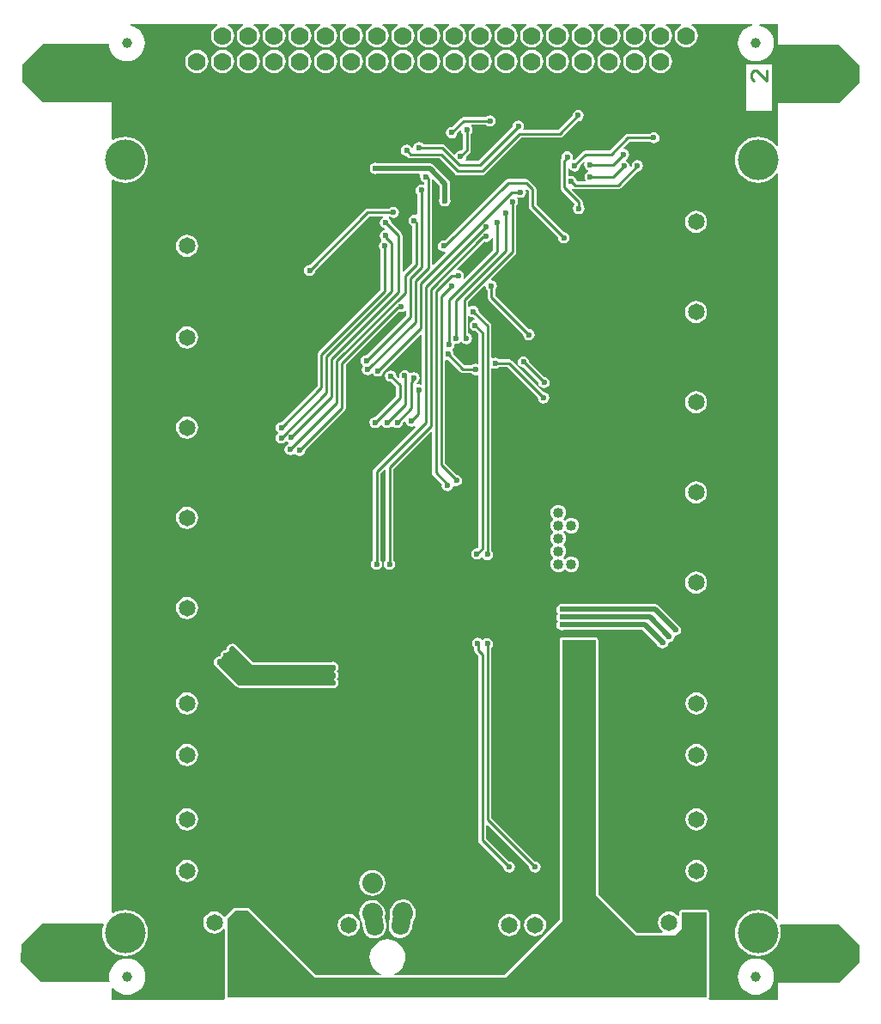
<source format=gbl>
G04*
G04 #@! TF.GenerationSoftware,Altium Limited,Altium Designer,20.1.12 (249)*
G04*
G04 Layer_Physical_Order=2*
G04 Layer_Color=16711680*
%FSLAX25Y25*%
%MOIN*%
G70*
G04*
G04 #@! TF.SameCoordinates,2042196E-867F-4DAE-B54E-166F92C2B522*
G04*
G04*
G04 #@! TF.FilePolarity,Positive*
G04*
G01*
G75*
%ADD10C,0.01000*%
%ADD51C,0.03937*%
%ADD69C,0.02000*%
%ADD70C,0.04000*%
%ADD71C,0.02000*%
%ADD72C,0.19685*%
G04:AMPARAMS|DCode=73|XSize=130mil|YSize=70mil|CornerRadius=0mil|HoleSize=0mil|Usage=FLASHONLY|Rotation=100.000|XOffset=0mil|YOffset=0mil|HoleType=Round|Shape=Round|*
%AMOVALD73*
21,1,0.06000,0.07000,0.00000,0.00000,100.0*
1,1,0.07000,0.00521,-0.02954*
1,1,0.07000,-0.00521,0.02954*
%
%ADD73OVALD73*%

G04:AMPARAMS|DCode=74|XSize=130mil|YSize=70mil|CornerRadius=0mil|HoleSize=0mil|Usage=FLASHONLY|Rotation=80.000|XOffset=0mil|YOffset=0mil|HoleType=Round|Shape=Round|*
%AMOVALD74*
21,1,0.06000,0.07000,0.00000,0.00000,80.0*
1,1,0.07000,-0.00521,-0.02954*
1,1,0.07000,0.00521,0.02954*
%
%ADD74OVALD74*%

%ADD75C,0.08000*%
%ADD76C,0.15748*%
%ADD77C,0.07000*%
%ADD78C,0.06500*%
%ADD79C,0.04000*%
%ADD80C,0.02362*%
G36*
X524207Y582209D02*
X548064D01*
X556064Y574209D01*
Y570709D01*
X556000D01*
Y567500D01*
X548000Y559500D01*
X524207D01*
Y542830D01*
X523707Y542651D01*
X522841Y543707D01*
X521489Y544816D01*
X519948Y545640D01*
X518275Y546147D01*
X516535Y546318D01*
X514796Y546147D01*
X513123Y545640D01*
X511582Y544816D01*
X510230Y543707D01*
X509121Y542356D01*
X508297Y540814D01*
X507790Y539141D01*
X507619Y537402D01*
X507790Y535662D01*
X508297Y533989D01*
X509121Y532448D01*
X510230Y531096D01*
X511582Y529987D01*
X513123Y529163D01*
X514796Y528656D01*
X516535Y528485D01*
X518275Y528656D01*
X519948Y529163D01*
X521489Y529987D01*
X522841Y531096D01*
X523707Y532152D01*
X524207Y531973D01*
Y242830D01*
X523707Y242651D01*
X522841Y243707D01*
X521489Y244816D01*
X519948Y245640D01*
X518275Y246147D01*
X516535Y246319D01*
X514796Y246147D01*
X513123Y245640D01*
X511582Y244816D01*
X510230Y243707D01*
X509121Y242356D01*
X508297Y240814D01*
X508144Y240307D01*
D01*
X507790Y239141D01*
X507619Y237402D01*
X507790Y235662D01*
X508297Y233989D01*
X509121Y232448D01*
X510230Y231096D01*
X511582Y229987D01*
X512130Y229694D01*
D01*
X513123Y229163D01*
X514796Y228656D01*
X516535Y228485D01*
X518275Y228656D01*
X519948Y229163D01*
X520578Y229500D01*
X521489Y229987D01*
X522841Y231096D01*
D01*
X523950Y232448D01*
X524774Y233989D01*
X525281Y235662D01*
X525452Y237402D01*
X525281Y239141D01*
X524927Y240307D01*
X525225Y240709D01*
X548064D01*
X556064Y232709D01*
Y229209D01*
X556000D01*
Y226000D01*
X548000Y218000D01*
X524207D01*
Y211560D01*
X497676D01*
X497408Y212060D01*
X497442Y212110D01*
X497520Y212500D01*
Y245500D01*
X497442Y245890D01*
X497221Y246221D01*
X496890Y246442D01*
X496500Y246520D01*
X487000D01*
X486610Y246442D01*
X486279Y246221D01*
X486058Y245890D01*
X485980Y245500D01*
Y244115D01*
X485480Y243946D01*
X485031Y244531D01*
X484143Y245212D01*
X483110Y245641D01*
X482000Y245787D01*
X480891Y245641D01*
X479857Y245212D01*
X478969Y244531D01*
X478288Y243643D01*
X477859Y242610D01*
X477713Y241500D01*
X477859Y240390D01*
X478288Y239357D01*
X478969Y238469D01*
X479554Y238020D01*
X479385Y237520D01*
X469422Y237520D01*
X454520Y252422D01*
X454520Y351000D01*
X454442Y351390D01*
X454221Y351721D01*
X453890Y351942D01*
X453500Y352020D01*
X440500D01*
X440110Y351942D01*
X439779Y351721D01*
X439558Y351390D01*
X439480Y351000D01*
Y242422D01*
X418078Y221020D01*
X375201D01*
X375127Y221520D01*
X375356Y221589D01*
X376556Y222231D01*
X377607Y223093D01*
X378470Y224145D01*
X379112Y225345D01*
X379506Y226646D01*
X379640Y228000D01*
X379506Y229354D01*
X379112Y230655D01*
X378470Y231855D01*
X377607Y232907D01*
X376556Y233769D01*
X375356Y234411D01*
X374055Y234806D01*
X372701Y234939D01*
X371347Y234806D01*
X370045Y234411D01*
X368846Y233769D01*
X367794Y232907D01*
X366931Y231855D01*
X366290Y230655D01*
X365895Y229354D01*
X365762Y228000D01*
X365895Y226646D01*
X366290Y225345D01*
X366931Y224145D01*
X367794Y223093D01*
X368846Y222231D01*
X370045Y221589D01*
X370275Y221520D01*
X370201Y221020D01*
X344922D01*
X319221Y246721D01*
X318890Y246942D01*
X318500Y247020D01*
X313500D01*
X313110Y246942D01*
X312779Y246721D01*
X309779Y243721D01*
X309743Y243668D01*
X309436Y243654D01*
X309166Y243704D01*
X308531Y244531D01*
X307643Y245212D01*
X306610Y245641D01*
X305500Y245787D01*
X304391Y245641D01*
X303357Y245212D01*
X302469Y244531D01*
X301788Y243643D01*
X301359Y242610D01*
X301213Y241500D01*
X301359Y240390D01*
X301788Y239357D01*
X302469Y238469D01*
X303357Y237788D01*
X304391Y237359D01*
X305500Y237213D01*
X306610Y237359D01*
X307643Y237788D01*
X308531Y238469D01*
X308980Y239054D01*
X309480Y238885D01*
Y212500D01*
X309558Y212110D01*
X309592Y212060D01*
X309324Y211560D01*
X265707D01*
Y215896D01*
X266207Y216075D01*
X266680Y215499D01*
X267746Y214624D01*
X268962Y213974D01*
X270281Y213574D01*
X271654Y213439D01*
X273026Y213574D01*
X274345Y213974D01*
X275561Y214624D01*
X276627Y215499D01*
X277502Y216565D01*
X278152Y217781D01*
X278552Y219100D01*
X278687Y220472D01*
X278552Y221845D01*
X278152Y223164D01*
X277502Y224380D01*
X276627Y225446D01*
X275561Y226321D01*
X274345Y226971D01*
X273026Y227371D01*
X271654Y227506D01*
X270281Y227371D01*
X268962Y226971D01*
X267746Y226321D01*
X266680Y225446D01*
X266354Y225049D01*
X266207Y224870D01*
X265805Y224380D01*
X265155Y223164D01*
X264755Y221845D01*
X264620Y220472D01*
X264755Y219100D01*
X264879Y218693D01*
X264581Y218291D01*
X238436D01*
X230436Y226291D01*
Y229791D01*
X230500D01*
Y233000D01*
X238500Y241000D01*
X262183D01*
X262533Y240500D01*
X262121Y239141D01*
X261949Y237402D01*
X262121Y235662D01*
X262628Y233989D01*
X263452Y232448D01*
X264561Y231096D01*
X265897Y230000D01*
X265899Y229957D01*
X265833Y229791D01*
X266143D01*
X266207Y229830D01*
X266280Y229791D01*
D01*
X266461Y229694D01*
X267454Y229163D01*
X269127Y228656D01*
X270866Y228485D01*
X272606Y228656D01*
X274278Y229163D01*
X275453Y229791D01*
X275820Y229987D01*
X275835Y230000D01*
X277171Y231096D01*
X278280Y232448D01*
X279104Y233989D01*
X279612Y235662D01*
X279783Y237402D01*
X279612Y239141D01*
X279200Y240500D01*
D01*
X279104Y240814D01*
X278280Y242356D01*
X277171Y243707D01*
X275820Y244816D01*
X274278Y245640D01*
X272606Y246147D01*
X270866Y246319D01*
X269127Y246147D01*
X267454Y245640D01*
X266207Y244973D01*
X265707Y245273D01*
Y529530D01*
X266207Y529830D01*
X267454Y529163D01*
X269127Y528656D01*
X270866Y528485D01*
X272606Y528656D01*
X274278Y529163D01*
X275820Y529987D01*
X277171Y531096D01*
X278280Y532448D01*
X279104Y533989D01*
X279612Y535662D01*
X279783Y537402D01*
X279612Y539141D01*
X279104Y540814D01*
X278280Y542356D01*
X277171Y543707D01*
X275820Y544816D01*
X274278Y545640D01*
X272606Y546147D01*
X270866Y546318D01*
X269127Y546147D01*
X267454Y545640D01*
X266207Y544973D01*
X265707Y545273D01*
Y559791D01*
X238936D01*
X230936Y567791D01*
Y571291D01*
X231000D01*
Y574500D01*
X239000Y582500D01*
X264484D01*
X264601Y581305D01*
X265002Y579985D01*
X265651Y578769D01*
X266178Y578128D01*
D01*
X266526Y577704D01*
X267592Y576829D01*
X268808Y576179D01*
X270128Y575778D01*
X271500Y575643D01*
X272872Y575778D01*
X274192Y576179D01*
X275408Y576829D01*
X276474Y577704D01*
X277348Y578769D01*
X277998Y579985D01*
X278399Y581305D01*
X278534Y582677D01*
X278399Y584049D01*
X277998Y585369D01*
X277348Y586585D01*
X276474Y587651D01*
X275408Y588526D01*
X274192Y589176D01*
X272872Y589576D01*
X272947Y590060D01*
X306520D01*
X306619Y589560D01*
X306431Y589482D01*
X305491Y588761D01*
X304770Y587821D01*
X304317Y586726D01*
X304162Y585551D01*
X304317Y584376D01*
X304770Y583282D01*
X305491Y582342D01*
X306431Y581620D01*
X307526Y581167D01*
X308701Y581012D01*
X309875Y581167D01*
X310970Y581620D01*
X311910Y582342D01*
X312632Y583282D01*
X313085Y584376D01*
X313240Y585551D01*
X313085Y586726D01*
X312632Y587821D01*
X311910Y588761D01*
X310970Y589482D01*
X310783Y589560D01*
X310882Y590060D01*
X316519D01*
X316619Y589560D01*
X316431Y589482D01*
X315491Y588761D01*
X314770Y587821D01*
X314317Y586726D01*
X314162Y585551D01*
X314317Y584376D01*
X314770Y583282D01*
X315491Y582342D01*
X316431Y581620D01*
X317526Y581167D01*
X318701Y581012D01*
X319876Y581167D01*
X320970Y581620D01*
X321910Y582342D01*
X322632Y583282D01*
X323085Y584376D01*
X323240Y585551D01*
X323085Y586726D01*
X322632Y587821D01*
X321910Y588761D01*
X320970Y589482D01*
X320783Y589560D01*
X320882Y590060D01*
X326519D01*
X326619Y589560D01*
X326431Y589482D01*
X325491Y588761D01*
X324770Y587821D01*
X324317Y586726D01*
X324162Y585551D01*
X324317Y584376D01*
X324770Y583282D01*
X325491Y582342D01*
X326431Y581620D01*
X327526Y581167D01*
X328701Y581012D01*
X329875Y581167D01*
X330970Y581620D01*
X331910Y582342D01*
X332631Y583282D01*
X333085Y584376D01*
X333240Y585551D01*
X333085Y586726D01*
X332631Y587821D01*
X331910Y588761D01*
X330970Y589482D01*
X330783Y589560D01*
X330882Y590060D01*
X336520D01*
X336619Y589560D01*
X336431Y589482D01*
X335491Y588761D01*
X334770Y587821D01*
X334317Y586726D01*
X334162Y585551D01*
X334317Y584376D01*
X334770Y583282D01*
X335491Y582342D01*
X336431Y581620D01*
X337526Y581167D01*
X338701Y581012D01*
X339876Y581167D01*
X340970Y581620D01*
X341910Y582342D01*
X342632Y583282D01*
X343085Y584376D01*
X343240Y585551D01*
X343085Y586726D01*
X342632Y587821D01*
X341910Y588761D01*
X340970Y589482D01*
X340783Y589560D01*
X340882Y590060D01*
X346519D01*
X346619Y589560D01*
X346431Y589482D01*
X345491Y588761D01*
X344770Y587821D01*
X344317Y586726D01*
X344162Y585551D01*
X344317Y584376D01*
X344770Y583282D01*
X345491Y582342D01*
X346431Y581620D01*
X347526Y581167D01*
X348701Y581012D01*
X349875Y581167D01*
X350970Y581620D01*
X351910Y582342D01*
X352631Y583282D01*
X353085Y584376D01*
X353240Y585551D01*
X353085Y586726D01*
X352631Y587821D01*
X351910Y588761D01*
X350970Y589482D01*
X350783Y589560D01*
X350882Y590060D01*
X356520D01*
X356619Y589560D01*
X356431Y589482D01*
X355491Y588761D01*
X354770Y587821D01*
X354317Y586726D01*
X354162Y585551D01*
X354317Y584376D01*
X354770Y583282D01*
X355491Y582342D01*
X356431Y581620D01*
X357526Y581167D01*
X358701Y581012D01*
X359875Y581167D01*
X360970Y581620D01*
X361910Y582342D01*
X362632Y583282D01*
X363085Y584376D01*
X363240Y585551D01*
X363085Y586726D01*
X362632Y587821D01*
X361910Y588761D01*
X360970Y589482D01*
X360783Y589560D01*
X360882Y590060D01*
X366519D01*
X366619Y589560D01*
X366431Y589482D01*
X365491Y588761D01*
X364770Y587821D01*
X364317Y586726D01*
X364162Y585551D01*
X364317Y584376D01*
X364770Y583282D01*
X365491Y582342D01*
X366431Y581620D01*
X367526Y581167D01*
X368701Y581012D01*
X369876Y581167D01*
X370970Y581620D01*
X371910Y582342D01*
X372632Y583282D01*
X373085Y584376D01*
X373240Y585551D01*
X373085Y586726D01*
X372632Y587821D01*
X371910Y588761D01*
X370970Y589482D01*
X370783Y589560D01*
X370882Y590060D01*
X376519D01*
X376619Y589560D01*
X376431Y589482D01*
X375491Y588761D01*
X374770Y587821D01*
X374317Y586726D01*
X374162Y585551D01*
X374317Y584376D01*
X374770Y583282D01*
X375491Y582342D01*
X376431Y581620D01*
X377526Y581167D01*
X378701Y581012D01*
X379875Y581167D01*
X380970Y581620D01*
X381910Y582342D01*
X382631Y583282D01*
X383085Y584376D01*
X383240Y585551D01*
X383085Y586726D01*
X382631Y587821D01*
X381910Y588761D01*
X380970Y589482D01*
X380783Y589560D01*
X380882Y590060D01*
X386520D01*
X386619Y589560D01*
X386431Y589482D01*
X385491Y588761D01*
X384770Y587821D01*
X384317Y586726D01*
X384162Y585551D01*
X384317Y584376D01*
X384770Y583282D01*
X385491Y582342D01*
X386431Y581620D01*
X387526Y581167D01*
X388701Y581012D01*
X389876Y581167D01*
X390970Y581620D01*
X391910Y582342D01*
X392632Y583282D01*
X393085Y584376D01*
X393240Y585551D01*
X393085Y586726D01*
X392632Y587821D01*
X391910Y588761D01*
X390970Y589482D01*
X390783Y589560D01*
X390882Y590060D01*
X396519D01*
X396619Y589560D01*
X396431Y589482D01*
X395491Y588761D01*
X394770Y587821D01*
X394317Y586726D01*
X394162Y585551D01*
X394317Y584376D01*
X394770Y583282D01*
X395491Y582342D01*
X396431Y581620D01*
X397526Y581167D01*
X398701Y581012D01*
X399875Y581167D01*
X400970Y581620D01*
X401910Y582342D01*
X402632Y583282D01*
X403085Y584376D01*
X403240Y585551D01*
X403085Y586726D01*
X402632Y587821D01*
X401910Y588761D01*
X400970Y589482D01*
X400783Y589560D01*
X400882Y590060D01*
X406520D01*
X406619Y589560D01*
X406431Y589482D01*
X405491Y588761D01*
X404770Y587821D01*
X404317Y586726D01*
X404162Y585551D01*
X404317Y584376D01*
X404770Y583282D01*
X405491Y582342D01*
X406431Y581620D01*
X407526Y581167D01*
X408701Y581012D01*
X409875Y581167D01*
X410970Y581620D01*
X411910Y582342D01*
X412632Y583282D01*
X413085Y584376D01*
X413240Y585551D01*
X413085Y586726D01*
X412632Y587821D01*
X411910Y588761D01*
X410970Y589482D01*
X410783Y589560D01*
X410882Y590060D01*
X416519D01*
X416619Y589560D01*
X416431Y589482D01*
X415491Y588761D01*
X414770Y587821D01*
X414317Y586726D01*
X414162Y585551D01*
X414317Y584376D01*
X414770Y583282D01*
X415491Y582342D01*
X416431Y581620D01*
X417526Y581167D01*
X418701Y581012D01*
X419875Y581167D01*
X420970Y581620D01*
X421910Y582342D01*
X422632Y583282D01*
X423085Y584376D01*
X423240Y585551D01*
X423085Y586726D01*
X422632Y587821D01*
X421910Y588761D01*
X420970Y589482D01*
X420783Y589560D01*
X420882Y590060D01*
X426519D01*
X426619Y589560D01*
X426431Y589482D01*
X425491Y588761D01*
X424770Y587821D01*
X424317Y586726D01*
X424162Y585551D01*
X424317Y584376D01*
X424770Y583282D01*
X425491Y582342D01*
X426431Y581620D01*
X427526Y581167D01*
X428701Y581012D01*
X429876Y581167D01*
X430970Y581620D01*
X431910Y582342D01*
X432631Y583282D01*
X433085Y584376D01*
X433240Y585551D01*
X433085Y586726D01*
X432631Y587821D01*
X431910Y588761D01*
X430970Y589482D01*
X430783Y589560D01*
X430882Y590060D01*
X436519D01*
X436619Y589560D01*
X436431Y589482D01*
X435491Y588761D01*
X434770Y587821D01*
X434317Y586726D01*
X434162Y585551D01*
X434317Y584376D01*
X434770Y583282D01*
X435491Y582342D01*
X436431Y581620D01*
X437526Y581167D01*
X438701Y581012D01*
X439876Y581167D01*
X440970Y581620D01*
X441910Y582342D01*
X442631Y583282D01*
X443085Y584376D01*
X443240Y585551D01*
X443085Y586726D01*
X442631Y587821D01*
X441910Y588761D01*
X440970Y589482D01*
X440783Y589560D01*
X440882Y590060D01*
X446519D01*
X446619Y589560D01*
X446431Y589482D01*
X445491Y588761D01*
X444770Y587821D01*
X444317Y586726D01*
X444162Y585551D01*
X444317Y584376D01*
X444770Y583282D01*
X445491Y582342D01*
X446431Y581620D01*
X447526Y581167D01*
X448701Y581012D01*
X449875Y581167D01*
X450970Y581620D01*
X451910Y582342D01*
X452632Y583282D01*
X453085Y584376D01*
X453240Y585551D01*
X453085Y586726D01*
X452632Y587821D01*
X451910Y588761D01*
X450970Y589482D01*
X450783Y589560D01*
X450882Y590060D01*
X456519D01*
X456619Y589560D01*
X456431Y589482D01*
X455491Y588761D01*
X454770Y587821D01*
X454317Y586726D01*
X454162Y585551D01*
X454317Y584376D01*
X454770Y583282D01*
X455491Y582342D01*
X456431Y581620D01*
X457526Y581167D01*
X458701Y581012D01*
X459875Y581167D01*
X460970Y581620D01*
X461910Y582342D01*
X462632Y583282D01*
X463085Y584376D01*
X463240Y585551D01*
X463085Y586726D01*
X462632Y587821D01*
X461910Y588761D01*
X460970Y589482D01*
X460783Y589560D01*
X460882Y590060D01*
X466519D01*
X466619Y589560D01*
X466431Y589482D01*
X465491Y588761D01*
X464770Y587821D01*
X464317Y586726D01*
X464162Y585551D01*
X464317Y584376D01*
X464770Y583282D01*
X465491Y582342D01*
X466431Y581620D01*
X467526Y581167D01*
X468701Y581012D01*
X469875Y581167D01*
X470970Y581620D01*
X471910Y582342D01*
X472632Y583282D01*
X473085Y584376D01*
X473240Y585551D01*
X473085Y586726D01*
X472632Y587821D01*
X471910Y588761D01*
X470970Y589482D01*
X470783Y589560D01*
X470882Y590060D01*
X476519D01*
X476619Y589560D01*
X476431Y589482D01*
X475491Y588761D01*
X474770Y587821D01*
X474317Y586726D01*
X474162Y585551D01*
X474317Y584376D01*
X474770Y583282D01*
X475491Y582342D01*
X476431Y581620D01*
X477526Y581167D01*
X478701Y581012D01*
X479876Y581167D01*
X480970Y581620D01*
X481910Y582342D01*
X482631Y583282D01*
X483085Y584376D01*
X483240Y585551D01*
X483085Y586726D01*
X482631Y587821D01*
X481910Y588761D01*
X480970Y589482D01*
X480783Y589560D01*
X480882Y590060D01*
X486519D01*
X486619Y589560D01*
X486431Y589482D01*
X485491Y588761D01*
X484770Y587821D01*
X484317Y586726D01*
X484162Y585551D01*
X484317Y584376D01*
X484770Y583282D01*
X485491Y582342D01*
X486431Y581620D01*
X487526Y581167D01*
X488701Y581012D01*
X489876Y581167D01*
X490970Y581620D01*
X491910Y582342D01*
X492631Y583282D01*
X493085Y584376D01*
X493240Y585551D01*
X493085Y586726D01*
X492631Y587821D01*
X491910Y588761D01*
X490970Y589482D01*
X490783Y589560D01*
X490882Y590060D01*
X514301D01*
X514376Y589576D01*
X513056Y589176D01*
X511840Y588526D01*
X510774Y587651D01*
X509900Y586585D01*
X509250Y585369D01*
X508849Y584049D01*
X508714Y582677D01*
X508760Y582209D01*
X508849Y581305D01*
X509250Y579985D01*
X509900Y578769D01*
X510774Y577704D01*
X511840Y576829D01*
X513056Y576179D01*
X514376Y575778D01*
X515748Y575643D01*
X517120Y575778D01*
X518440Y576179D01*
X519656Y576829D01*
X520722Y577704D01*
X521596Y578769D01*
X522247Y579985D01*
X522647Y581305D01*
X522782Y582677D01*
X522647Y584049D01*
X522247Y585369D01*
X521596Y586585D01*
X520722Y587651D01*
X519656Y588526D01*
X518440Y589176D01*
X517120Y589576D01*
X517195Y590060D01*
X524207D01*
Y582209D01*
D02*
G37*
G36*
X453500Y252000D02*
X469000Y236500D01*
X484500Y236500D01*
X487000Y239000D01*
X487000Y245500D01*
X496500D01*
Y212500D01*
X310500D01*
Y243000D01*
X313500Y246000D01*
X318500D01*
X344500Y220000D01*
X418500D01*
X440500Y242000D01*
Y351000D01*
X453500D01*
X453500Y252000D01*
D02*
G37*
%LPC*%
G36*
X478701Y580090D02*
X477526Y579935D01*
X476431Y579482D01*
X475491Y578761D01*
X474770Y577821D01*
X474317Y576726D01*
X474162Y575551D01*
X474317Y574376D01*
X474770Y573282D01*
X475491Y572342D01*
X476431Y571620D01*
X477526Y571167D01*
X478701Y571012D01*
X479876Y571167D01*
X480970Y571620D01*
X481910Y572342D01*
X482631Y573282D01*
X483085Y574376D01*
X483240Y575551D01*
X483085Y576726D01*
X482631Y577821D01*
X481910Y578761D01*
X480970Y579482D01*
X479876Y579935D01*
X478701Y580090D01*
D02*
G37*
G36*
X468701D02*
X467526Y579935D01*
X466431Y579482D01*
X465491Y578761D01*
X464770Y577821D01*
X464317Y576726D01*
X464162Y575551D01*
X464317Y574376D01*
X464770Y573282D01*
X465491Y572342D01*
X466431Y571620D01*
X467526Y571167D01*
X468701Y571012D01*
X469875Y571167D01*
X470970Y571620D01*
X471910Y572342D01*
X472632Y573282D01*
X473085Y574376D01*
X473240Y575551D01*
X473085Y576726D01*
X472632Y577821D01*
X471910Y578761D01*
X470970Y579482D01*
X469875Y579935D01*
X468701Y580090D01*
D02*
G37*
G36*
X458701D02*
X457526Y579935D01*
X456431Y579482D01*
X455491Y578761D01*
X454770Y577821D01*
X454317Y576726D01*
X454162Y575551D01*
X454317Y574376D01*
X454770Y573282D01*
X455491Y572342D01*
X456431Y571620D01*
X457526Y571167D01*
X458701Y571012D01*
X459875Y571167D01*
X460970Y571620D01*
X461910Y572342D01*
X462632Y573282D01*
X463085Y574376D01*
X463240Y575551D01*
X463085Y576726D01*
X462632Y577821D01*
X461910Y578761D01*
X460970Y579482D01*
X459875Y579935D01*
X458701Y580090D01*
D02*
G37*
G36*
X448701D02*
X447526Y579935D01*
X446431Y579482D01*
X445491Y578761D01*
X444770Y577821D01*
X444317Y576726D01*
X444162Y575551D01*
X444317Y574376D01*
X444770Y573282D01*
X445491Y572342D01*
X446431Y571620D01*
X447526Y571167D01*
X448701Y571012D01*
X449875Y571167D01*
X450970Y571620D01*
X451910Y572342D01*
X452632Y573282D01*
X453085Y574376D01*
X453240Y575551D01*
X453085Y576726D01*
X452632Y577821D01*
X451910Y578761D01*
X450970Y579482D01*
X449875Y579935D01*
X448701Y580090D01*
D02*
G37*
G36*
X438701D02*
X437526Y579935D01*
X436431Y579482D01*
X435491Y578761D01*
X434770Y577821D01*
X434317Y576726D01*
X434162Y575551D01*
X434317Y574376D01*
X434770Y573282D01*
X435491Y572342D01*
X436431Y571620D01*
X437526Y571167D01*
X438701Y571012D01*
X439876Y571167D01*
X440970Y571620D01*
X441910Y572342D01*
X442631Y573282D01*
X443085Y574376D01*
X443240Y575551D01*
X443085Y576726D01*
X442631Y577821D01*
X441910Y578761D01*
X440970Y579482D01*
X439876Y579935D01*
X438701Y580090D01*
D02*
G37*
G36*
X428701D02*
X427526Y579935D01*
X426431Y579482D01*
X425491Y578761D01*
X424770Y577821D01*
X424317Y576726D01*
X424162Y575551D01*
X424317Y574376D01*
X424770Y573282D01*
X425491Y572342D01*
X426431Y571620D01*
X427526Y571167D01*
X428701Y571012D01*
X429876Y571167D01*
X430970Y571620D01*
X431910Y572342D01*
X432631Y573282D01*
X433085Y574376D01*
X433240Y575551D01*
X433085Y576726D01*
X432631Y577821D01*
X431910Y578761D01*
X430970Y579482D01*
X429876Y579935D01*
X428701Y580090D01*
D02*
G37*
G36*
X418701D02*
X417526Y579935D01*
X416431Y579482D01*
X415491Y578761D01*
X414770Y577821D01*
X414317Y576726D01*
X414162Y575551D01*
X414317Y574376D01*
X414770Y573282D01*
X415491Y572342D01*
X416431Y571620D01*
X417526Y571167D01*
X418701Y571012D01*
X419875Y571167D01*
X420970Y571620D01*
X421910Y572342D01*
X422632Y573282D01*
X423085Y574376D01*
X423240Y575551D01*
X423085Y576726D01*
X422632Y577821D01*
X421910Y578761D01*
X420970Y579482D01*
X419875Y579935D01*
X418701Y580090D01*
D02*
G37*
G36*
X408701D02*
X407526Y579935D01*
X406431Y579482D01*
X405491Y578761D01*
X404770Y577821D01*
X404317Y576726D01*
X404162Y575551D01*
X404317Y574376D01*
X404770Y573282D01*
X405491Y572342D01*
X406431Y571620D01*
X407526Y571167D01*
X408701Y571012D01*
X409875Y571167D01*
X410970Y571620D01*
X411910Y572342D01*
X412632Y573282D01*
X413085Y574376D01*
X413240Y575551D01*
X413085Y576726D01*
X412632Y577821D01*
X411910Y578761D01*
X410970Y579482D01*
X409875Y579935D01*
X408701Y580090D01*
D02*
G37*
G36*
X398701D02*
X397526Y579935D01*
X396431Y579482D01*
X395491Y578761D01*
X394770Y577821D01*
X394317Y576726D01*
X394162Y575551D01*
X394317Y574376D01*
X394770Y573282D01*
X395491Y572342D01*
X396431Y571620D01*
X397526Y571167D01*
X398701Y571012D01*
X399875Y571167D01*
X400970Y571620D01*
X401910Y572342D01*
X402632Y573282D01*
X403085Y574376D01*
X403240Y575551D01*
X403085Y576726D01*
X402632Y577821D01*
X401910Y578761D01*
X400970Y579482D01*
X399875Y579935D01*
X398701Y580090D01*
D02*
G37*
G36*
X388701D02*
X387526Y579935D01*
X386431Y579482D01*
X385491Y578761D01*
X384770Y577821D01*
X384317Y576726D01*
X384162Y575551D01*
X384317Y574376D01*
X384770Y573282D01*
X385491Y572342D01*
X386431Y571620D01*
X387526Y571167D01*
X388701Y571012D01*
X389876Y571167D01*
X390970Y571620D01*
X391910Y572342D01*
X392632Y573282D01*
X393085Y574376D01*
X393240Y575551D01*
X393085Y576726D01*
X392632Y577821D01*
X391910Y578761D01*
X390970Y579482D01*
X389876Y579935D01*
X388701Y580090D01*
D02*
G37*
G36*
X378701D02*
X377526Y579935D01*
X376431Y579482D01*
X375491Y578761D01*
X374770Y577821D01*
X374317Y576726D01*
X374162Y575551D01*
X374317Y574376D01*
X374770Y573282D01*
X375491Y572342D01*
X376431Y571620D01*
X377526Y571167D01*
X378701Y571012D01*
X379875Y571167D01*
X380970Y571620D01*
X381910Y572342D01*
X382631Y573282D01*
X383085Y574376D01*
X383240Y575551D01*
X383085Y576726D01*
X382631Y577821D01*
X381910Y578761D01*
X380970Y579482D01*
X379875Y579935D01*
X378701Y580090D01*
D02*
G37*
G36*
X368701D02*
X367526Y579935D01*
X366431Y579482D01*
X365491Y578761D01*
X364770Y577821D01*
X364317Y576726D01*
X364162Y575551D01*
X364317Y574376D01*
X364770Y573282D01*
X365491Y572342D01*
X366431Y571620D01*
X367526Y571167D01*
X368701Y571012D01*
X369876Y571167D01*
X370970Y571620D01*
X371910Y572342D01*
X372632Y573282D01*
X373085Y574376D01*
X373240Y575551D01*
X373085Y576726D01*
X372632Y577821D01*
X371910Y578761D01*
X370970Y579482D01*
X369876Y579935D01*
X368701Y580090D01*
D02*
G37*
G36*
X358701D02*
X357526Y579935D01*
X356431Y579482D01*
X355491Y578761D01*
X354770Y577821D01*
X354317Y576726D01*
X354162Y575551D01*
X354317Y574376D01*
X354770Y573282D01*
X355491Y572342D01*
X356431Y571620D01*
X357526Y571167D01*
X358701Y571012D01*
X359875Y571167D01*
X360970Y571620D01*
X361910Y572342D01*
X362632Y573282D01*
X363085Y574376D01*
X363240Y575551D01*
X363085Y576726D01*
X362632Y577821D01*
X361910Y578761D01*
X360970Y579482D01*
X359875Y579935D01*
X358701Y580090D01*
D02*
G37*
G36*
X348701D02*
X347526Y579935D01*
X346431Y579482D01*
X345491Y578761D01*
X344770Y577821D01*
X344317Y576726D01*
X344162Y575551D01*
X344317Y574376D01*
X344770Y573282D01*
X345491Y572342D01*
X346431Y571620D01*
X347526Y571167D01*
X348701Y571012D01*
X349875Y571167D01*
X350970Y571620D01*
X351910Y572342D01*
X352631Y573282D01*
X353085Y574376D01*
X353240Y575551D01*
X353085Y576726D01*
X352631Y577821D01*
X351910Y578761D01*
X350970Y579482D01*
X349875Y579935D01*
X348701Y580090D01*
D02*
G37*
G36*
X338701D02*
X337526Y579935D01*
X336431Y579482D01*
X335491Y578761D01*
X334770Y577821D01*
X334317Y576726D01*
X334162Y575551D01*
X334317Y574376D01*
X334770Y573282D01*
X335491Y572342D01*
X336431Y571620D01*
X337526Y571167D01*
X338701Y571012D01*
X339876Y571167D01*
X340970Y571620D01*
X341910Y572342D01*
X342632Y573282D01*
X343085Y574376D01*
X343240Y575551D01*
X343085Y576726D01*
X342632Y577821D01*
X341910Y578761D01*
X340970Y579482D01*
X339876Y579935D01*
X338701Y580090D01*
D02*
G37*
G36*
X328701D02*
X327526Y579935D01*
X326431Y579482D01*
X325491Y578761D01*
X324770Y577821D01*
X324317Y576726D01*
X324162Y575551D01*
X324317Y574376D01*
X324770Y573282D01*
X325491Y572342D01*
X326431Y571620D01*
X327526Y571167D01*
X328701Y571012D01*
X329875Y571167D01*
X330970Y571620D01*
X331910Y572342D01*
X332631Y573282D01*
X333085Y574376D01*
X333240Y575551D01*
X333085Y576726D01*
X332631Y577821D01*
X331910Y578761D01*
X330970Y579482D01*
X329875Y579935D01*
X328701Y580090D01*
D02*
G37*
G36*
X318701D02*
X317526Y579935D01*
X316431Y579482D01*
X315491Y578761D01*
X314770Y577821D01*
X314317Y576726D01*
X314162Y575551D01*
X314317Y574376D01*
X314770Y573282D01*
X315491Y572342D01*
X316431Y571620D01*
X317526Y571167D01*
X318701Y571012D01*
X319876Y571167D01*
X320970Y571620D01*
X321910Y572342D01*
X322632Y573282D01*
X323085Y574376D01*
X323240Y575551D01*
X323085Y576726D01*
X322632Y577821D01*
X321910Y578761D01*
X320970Y579482D01*
X319876Y579935D01*
X318701Y580090D01*
D02*
G37*
G36*
X308701D02*
X307526Y579935D01*
X306431Y579482D01*
X305491Y578761D01*
X304770Y577821D01*
X304317Y576726D01*
X304162Y575551D01*
X304317Y574376D01*
X304770Y573282D01*
X305491Y572342D01*
X306431Y571620D01*
X307526Y571167D01*
X308701Y571012D01*
X309875Y571167D01*
X310970Y571620D01*
X311910Y572342D01*
X312632Y573282D01*
X313085Y574376D01*
X313240Y575551D01*
X313085Y576726D01*
X312632Y577821D01*
X311910Y578761D01*
X310970Y579482D01*
X309875Y579935D01*
X308701Y580090D01*
D02*
G37*
G36*
X298701D02*
X297526Y579935D01*
X296431Y579482D01*
X295491Y578761D01*
X294770Y577821D01*
X294317Y576726D01*
X294162Y575551D01*
X294317Y574376D01*
X294770Y573282D01*
X295491Y572342D01*
X296431Y571620D01*
X297526Y571167D01*
X298701Y571012D01*
X299875Y571167D01*
X300970Y571620D01*
X301910Y572342D01*
X302631Y573282D01*
X303085Y574376D01*
X303240Y575551D01*
X303085Y576726D01*
X302631Y577821D01*
X301910Y578761D01*
X300970Y579482D01*
X299875Y579935D01*
X298701Y580090D01*
D02*
G37*
G36*
X522000Y574500D02*
X512000D01*
Y570709D01*
Y559500D01*
Y556500D01*
X522000D01*
Y559500D01*
Y570709D01*
Y574500D01*
D02*
G37*
G36*
X446717Y556862D02*
X445866Y556693D01*
X445145Y556211D01*
X444663Y555489D01*
X444493Y554638D01*
X444503Y554587D01*
X438946Y549029D01*
X425671D01*
X425435Y549470D01*
X425555Y549649D01*
X425724Y550500D01*
X425555Y551351D01*
X425072Y552072D01*
X424351Y552555D01*
X423500Y552724D01*
X422649Y552555D01*
X421927Y552072D01*
X421445Y551351D01*
X421276Y550500D01*
X421286Y550449D01*
X407866Y537029D01*
X403190D01*
X402922Y537529D01*
X403140Y537855D01*
X403309Y538706D01*
X403299Y538757D01*
X404581Y540039D01*
X404913Y540535D01*
X405029Y541121D01*
Y547399D01*
X405072Y547428D01*
X405555Y548149D01*
X405724Y549000D01*
X405555Y549851D01*
X405141Y550471D01*
X405308Y550971D01*
X410899D01*
X410927Y550927D01*
X411649Y550445D01*
X412500Y550276D01*
X413351Y550445D01*
X414073Y550927D01*
X414555Y551649D01*
X414724Y552500D01*
X414555Y553351D01*
X414073Y554073D01*
X413351Y554555D01*
X412500Y554724D01*
X411649Y554555D01*
X410927Y554073D01*
X410899Y554029D01*
X402246D01*
X401660Y553913D01*
X401164Y553581D01*
X397726Y550144D01*
X397676Y550154D01*
X396825Y549985D01*
X396103Y549503D01*
X395621Y548781D01*
X395452Y547930D01*
X395621Y547079D01*
X396103Y546357D01*
X396825Y545875D01*
X397676Y545706D01*
X398527Y545875D01*
X399248Y546357D01*
X399730Y547079D01*
X399899Y547930D01*
X399889Y547981D01*
X400790Y548881D01*
X401333Y548717D01*
X401445Y548149D01*
X401928Y547428D01*
X401971Y547399D01*
Y541754D01*
X401136Y540920D01*
X401085Y540930D01*
X400234Y540761D01*
X399513Y540279D01*
X399144Y539726D01*
X398568Y539595D01*
X395081Y543081D01*
X394585Y543413D01*
X394000Y543529D01*
X386722D01*
X386573Y543754D01*
X385851Y544236D01*
X385000Y544405D01*
X384149Y544236D01*
X383428Y543754D01*
X382945Y543032D01*
X382776Y542181D01*
X382834Y541893D01*
X382409Y541463D01*
X382287Y541485D01*
X382204Y541906D01*
X381721Y542627D01*
X381000Y543109D01*
X380149Y543278D01*
X379298Y543109D01*
X378576Y542627D01*
X378094Y541906D01*
X377925Y541055D01*
X378094Y540204D01*
X378576Y539482D01*
X379298Y539000D01*
X380149Y538831D01*
X380200Y538841D01*
X380622Y538418D01*
X381118Y538087D01*
X381703Y537971D01*
X392866D01*
X398919Y531919D01*
X399415Y531587D01*
X400000Y531471D01*
X409500D01*
X410085Y531587D01*
X410581Y531919D01*
X424634Y545971D01*
X439579D01*
X440164Y546087D01*
X440660Y546419D01*
X446666Y552424D01*
X446717Y552414D01*
X447568Y552584D01*
X448290Y553065D01*
X448772Y553787D01*
X448941Y554638D01*
X448772Y555489D01*
X448290Y556211D01*
X447568Y556693D01*
X446717Y556862D01*
D02*
G37*
G36*
X476101Y548211D02*
X475250Y548041D01*
X474528Y547559D01*
X474500Y547516D01*
X465987D01*
X465402Y547400D01*
X464905Y547068D01*
X458867Y541029D01*
X449500D01*
X448915Y540913D01*
X448419Y540581D01*
X445261Y537424D01*
X444962Y537432D01*
X444881Y537486D01*
X444583Y537894D01*
X444715Y538557D01*
X444546Y539408D01*
X444064Y540130D01*
X443342Y540612D01*
X442491Y540781D01*
X441640Y540612D01*
X440919Y540130D01*
X440437Y539408D01*
X440268Y538557D01*
X440339Y538199D01*
X440306Y538166D01*
X439974Y537670D01*
X439858Y537084D01*
Y526613D01*
X439974Y526028D01*
X440306Y525531D01*
X445299Y520538D01*
X445428Y520073D01*
X444945Y519351D01*
X444776Y518500D01*
X444945Y517649D01*
X445428Y516927D01*
X446149Y516445D01*
X447000Y516276D01*
X447851Y516445D01*
X448572Y516927D01*
X449055Y517649D01*
X449224Y518500D01*
X449055Y519351D01*
X448572Y520073D01*
X448529Y520101D01*
Y521000D01*
X448413Y521585D01*
X448081Y522081D01*
X444260Y525903D01*
X444430Y526440D01*
X444463Y526446D01*
X444491Y526419D01*
X444987Y526087D01*
X445572Y525971D01*
X462130D01*
X462716Y526087D01*
X463212Y526419D01*
X469668Y532875D01*
X469719Y532865D01*
X470570Y533035D01*
X471292Y533517D01*
X471774Y534238D01*
X471943Y535089D01*
X471774Y535940D01*
X471292Y536661D01*
X470570Y537144D01*
X469719Y537313D01*
X468868Y537144D01*
X468147Y536661D01*
X467665Y535940D01*
X467495Y535089D01*
X467506Y535038D01*
X467176Y534708D01*
X466715Y534954D01*
X466724Y535000D01*
X466555Y535851D01*
X466073Y536573D01*
X465384Y537033D01*
X465341Y537237D01*
X465321Y537570D01*
X465874Y537940D01*
X466357Y538661D01*
X466526Y539512D01*
X466357Y540363D01*
X465874Y541085D01*
X465153Y541567D01*
X464556Y541686D01*
X464387Y542224D01*
X466620Y544457D01*
X474500D01*
X474528Y544414D01*
X475250Y543932D01*
X476101Y543763D01*
X476952Y543932D01*
X477673Y544414D01*
X478155Y545136D01*
X478325Y545987D01*
X478155Y546838D01*
X477673Y547559D01*
X476952Y548041D01*
X476101Y548211D01*
D02*
G37*
G36*
X368023Y536298D02*
X367172Y536128D01*
X366450Y535646D01*
X365968Y534925D01*
X365799Y534074D01*
X365968Y533223D01*
X366450Y532501D01*
X367172Y532019D01*
X368023Y531850D01*
X368580Y531961D01*
X385116D01*
X385435Y531461D01*
X385308Y530819D01*
X385477Y529968D01*
X385959Y529246D01*
X386680Y528764D01*
X386971Y528707D01*
Y528016D01*
X386471Y527701D01*
X385819Y527830D01*
X384968Y527661D01*
X384246Y527179D01*
X383764Y526458D01*
X383595Y525606D01*
X383764Y524755D01*
X384246Y524034D01*
X384290Y524005D01*
Y516266D01*
X383789Y515987D01*
X383061Y516132D01*
X382209Y515963D01*
X381488Y515481D01*
X381006Y514759D01*
X380837Y513908D01*
X381006Y513057D01*
X381488Y512336D01*
X382209Y511854D01*
X382290Y511838D01*
Y497281D01*
X378991Y493983D01*
X378529Y494174D01*
Y508000D01*
X378413Y508585D01*
X378081Y509081D01*
X374214Y512949D01*
X374224Y513000D01*
X374055Y513851D01*
X373572Y514572D01*
X373332Y514733D01*
X373428Y515270D01*
X373601Y515311D01*
X374149Y514945D01*
X375000Y514776D01*
X375851Y514945D01*
X376572Y515427D01*
X377055Y516149D01*
X377224Y517000D01*
X377055Y517851D01*
X376572Y518573D01*
X375851Y519055D01*
X375000Y519224D01*
X374149Y519055D01*
X373428Y518573D01*
X373399Y518529D01*
X365000D01*
X364415Y518413D01*
X363919Y518082D01*
X342551Y496714D01*
X342500Y496724D01*
X341649Y496555D01*
X340928Y496072D01*
X340445Y495351D01*
X340276Y494500D01*
X340445Y493649D01*
X340928Y492928D01*
X341649Y492445D01*
X342500Y492276D01*
X343351Y492445D01*
X344073Y492928D01*
X344555Y493649D01*
X344724Y494500D01*
X344714Y494551D01*
X365634Y515471D01*
X370873D01*
X371023Y514971D01*
X370427Y514572D01*
X369945Y513851D01*
X369776Y513000D01*
X369945Y512149D01*
X370427Y511427D01*
X371149Y510945D01*
X371703Y510835D01*
X371777Y510689D01*
X371502Y510125D01*
X371149Y510055D01*
X370427Y509573D01*
X369945Y508851D01*
X369776Y508000D01*
X369945Y507149D01*
X370427Y506427D01*
X370436Y506422D01*
Y505820D01*
X370065Y505573D01*
X369583Y504851D01*
X369414Y504000D01*
X369583Y503149D01*
X370065Y502427D01*
X370108Y502399D01*
Y487085D01*
X345919Y462895D01*
X345587Y462399D01*
X345471Y461814D01*
Y449634D01*
X331551Y435714D01*
X331500Y435724D01*
X330649Y435555D01*
X329927Y435073D01*
X329445Y434351D01*
X329276Y433500D01*
X329445Y432649D01*
X329927Y431927D01*
X330150Y431779D01*
Y431279D01*
X329893Y431107D01*
X329411Y430386D01*
X329241Y429535D01*
X329411Y428684D01*
X329893Y427962D01*
X330614Y427480D01*
X331465Y427311D01*
X332316Y427480D01*
X333038Y427962D01*
X333188Y428187D01*
X333688D01*
X333776Y428054D01*
X334427Y427620D01*
X334435Y427331D01*
X334374Y427099D01*
X334149Y427055D01*
X333428Y426573D01*
X332945Y425851D01*
X332776Y425000D01*
X332945Y424149D01*
X333428Y423427D01*
X334149Y422945D01*
X335000Y422776D01*
X335851Y422945D01*
X336412Y423320D01*
X336995Y423228D01*
X337049Y423147D01*
X337771Y422665D01*
X338622Y422496D01*
X339473Y422665D01*
X340194Y423147D01*
X340676Y423868D01*
X340846Y424719D01*
X340835Y424770D01*
X356081Y440016D01*
X356413Y440512D01*
X356529Y441098D01*
Y457866D01*
X366960Y468297D01*
X377128Y478465D01*
X377131Y478464D01*
X377982Y478295D01*
X378833Y478464D01*
X379471Y478890D01*
X379971Y478738D01*
Y477134D01*
X364551Y461714D01*
X364500Y461724D01*
X363649Y461555D01*
X362928Y461072D01*
X362445Y460351D01*
X362276Y459500D01*
X362445Y458649D01*
X362928Y457928D01*
X363427Y457593D01*
Y457573D01*
X362945Y456851D01*
X362776Y456000D01*
X362945Y455149D01*
X363427Y454427D01*
X364149Y453945D01*
X365000Y453776D01*
X365851Y453945D01*
X366548Y454412D01*
X366575Y454427D01*
X367134Y454367D01*
X367427Y453928D01*
X368149Y453445D01*
X369000Y453276D01*
X369851Y453445D01*
X370572Y453928D01*
X371055Y454649D01*
X371224Y455500D01*
X371214Y455551D01*
X385509Y469846D01*
X385971Y469654D01*
Y450562D01*
X385471Y450247D01*
X384819Y450376D01*
X384376Y450288D01*
X383945Y450712D01*
X383948Y450827D01*
X384584Y451252D01*
X385066Y451973D01*
X385235Y452824D01*
X385066Y453675D01*
X384584Y454397D01*
X383862Y454879D01*
X383011Y455048D01*
X382160Y454879D01*
X381924Y454721D01*
X381249Y454872D01*
X381015Y455223D01*
X380293Y455705D01*
X379442Y455874D01*
X378591Y455705D01*
X377870Y455223D01*
X377387Y454501D01*
X377218Y453650D01*
X377342Y453028D01*
X376881Y452782D01*
X376214Y453449D01*
X376224Y453500D01*
X376055Y454351D01*
X375572Y455072D01*
X374851Y455555D01*
X374000Y455724D01*
X373149Y455555D01*
X372428Y455072D01*
X371945Y454351D01*
X371776Y453500D01*
X371945Y452649D01*
X372428Y451928D01*
X373149Y451445D01*
X374000Y451276D01*
X374051Y451286D01*
X375971Y449367D01*
Y445634D01*
X368051Y437714D01*
X368000Y437724D01*
X367149Y437555D01*
X366427Y437073D01*
X365945Y436351D01*
X365776Y435500D01*
X365945Y434649D01*
X366427Y433927D01*
X367149Y433445D01*
X368000Y433276D01*
X368851Y433445D01*
X369572Y433927D01*
X369972Y434526D01*
X370091Y434557D01*
X370409D01*
X370528Y434526D01*
X370928Y433927D01*
X371649Y433445D01*
X372500Y433276D01*
X373351Y433445D01*
X374073Y433927D01*
X374250Y434193D01*
X374750D01*
X374927Y433927D01*
X375649Y433445D01*
X376500Y433276D01*
X377351Y433445D01*
X378073Y433927D01*
X378555Y434649D01*
X378724Y435500D01*
X378714Y435551D01*
X379341Y436178D01*
X379792Y435922D01*
X379945Y435149D01*
X380428Y434427D01*
X381149Y433945D01*
X382000Y433776D01*
X382851Y433945D01*
X383146Y434142D01*
X383638Y433870D01*
X383636Y433799D01*
X367419Y417581D01*
X367087Y417085D01*
X366971Y416500D01*
Y382101D01*
X366928Y382072D01*
X366445Y381351D01*
X366276Y380500D01*
X366445Y379649D01*
X366928Y378927D01*
X367649Y378445D01*
X368500Y378276D01*
X369351Y378445D01*
X370073Y378927D01*
X370555Y379649D01*
X370724Y380500D01*
X370555Y381351D01*
X370073Y382072D01*
X370029Y382101D01*
Y415867D01*
X371509Y417346D01*
X371971Y417154D01*
Y382101D01*
X371927Y382072D01*
X371445Y381351D01*
X371276Y380500D01*
X371445Y379649D01*
X371927Y378927D01*
X372649Y378445D01*
X373500Y378276D01*
X374351Y378445D01*
X375073Y378927D01*
X375555Y379649D01*
X375724Y380500D01*
X375555Y381351D01*
X375073Y382072D01*
X375029Y382101D01*
Y417367D01*
X389509Y431846D01*
X389971Y431654D01*
Y416072D01*
X390087Y415487D01*
X390419Y414991D01*
X393881Y411528D01*
X393776Y411000D01*
X393945Y410149D01*
X394427Y409427D01*
X395149Y408945D01*
X396000Y408776D01*
X396851Y408945D01*
X397572Y409427D01*
X398055Y410149D01*
X398159Y410672D01*
X398646Y410944D01*
X398683Y410939D01*
X399500Y410776D01*
X400351Y410945D01*
X401073Y411427D01*
X401555Y412149D01*
X401724Y413000D01*
X401555Y413851D01*
X401073Y414572D01*
X400351Y415055D01*
X399500Y415224D01*
X399449Y415214D01*
X395029Y419633D01*
Y459591D01*
X395529Y459906D01*
X396181Y459776D01*
X396232Y459786D01*
X400966Y455053D01*
X401462Y454721D01*
X402047Y454604D01*
X405218D01*
X405246Y454561D01*
X405968Y454079D01*
X406819Y453910D01*
X407471Y454040D01*
X407971Y453725D01*
Y387190D01*
X407506Y386725D01*
X407455Y386735D01*
X406604Y386566D01*
X405882Y386084D01*
X405400Y385363D01*
X405231Y384511D01*
X405400Y383661D01*
X405882Y382939D01*
X406604Y382457D01*
X407455Y382288D01*
X408306Y382457D01*
X409027Y382939D01*
X409113Y383067D01*
X409714D01*
X409946Y382719D01*
X410668Y382237D01*
X411519Y382068D01*
X412370Y382237D01*
X413091Y382719D01*
X413573Y383441D01*
X413742Y384292D01*
X413573Y385143D01*
X413091Y385864D01*
X413029Y385906D01*
Y456329D01*
X413470Y456565D01*
X413649Y456445D01*
X414500Y456276D01*
X415351Y456445D01*
X416073Y456927D01*
X416101Y456971D01*
X419269D01*
X431055Y445185D01*
X431045Y445134D01*
X431214Y444283D01*
X431696Y443562D01*
X432418Y443080D01*
X433269Y442910D01*
X434120Y443080D01*
X434841Y443562D01*
X435323Y444283D01*
X435493Y445134D01*
X435323Y445985D01*
X434841Y446706D01*
X434120Y447189D01*
X433269Y447358D01*
X433218Y447348D01*
X420984Y459581D01*
X420488Y459913D01*
X419903Y460029D01*
X416101D01*
X416073Y460073D01*
X415351Y460555D01*
X414500Y460724D01*
X413649Y460555D01*
X413470Y460435D01*
X413029Y460671D01*
Y473022D01*
X412913Y473607D01*
X412581Y474103D01*
X408188Y478497D01*
X408198Y478548D01*
X408029Y479399D01*
X407547Y480120D01*
X406825Y480602D01*
X405974Y480772D01*
X405123Y480602D01*
X404529Y480206D01*
X404029Y480395D01*
Y482367D01*
X410340Y488678D01*
X410792Y488422D01*
X410945Y487649D01*
X411427Y486928D01*
X411471Y486899D01*
Y484182D01*
X411587Y483597D01*
X411919Y483101D01*
X425373Y469646D01*
X425363Y469595D01*
X425532Y468744D01*
X426015Y468022D01*
X426736Y467540D01*
X427587Y467371D01*
X428438Y467540D01*
X429160Y468022D01*
X429642Y468744D01*
X429811Y469595D01*
X429642Y470446D01*
X429160Y471168D01*
X428438Y471650D01*
X427587Y471819D01*
X427536Y471809D01*
X414529Y484816D01*
Y486899D01*
X414572Y486928D01*
X415055Y487649D01*
X415224Y488500D01*
X415055Y489351D01*
X414572Y490072D01*
X413851Y490555D01*
X413078Y490708D01*
X412822Y491159D01*
X422262Y500600D01*
X422594Y501096D01*
X422711Y501681D01*
Y519619D01*
X422754Y519648D01*
X423236Y520369D01*
X423405Y521220D01*
X423236Y522071D01*
X422853Y522644D01*
X423213Y523005D01*
X423477Y522828D01*
X424328Y522659D01*
X425179Y522828D01*
X425901Y523310D01*
X426383Y524032D01*
X426552Y524883D01*
X426383Y525734D01*
X426356Y525774D01*
X426745Y526092D01*
X427471Y525366D01*
Y519355D01*
X427587Y518770D01*
X427919Y518273D01*
X438964Y507228D01*
X438954Y507177D01*
X439123Y506326D01*
X439605Y505605D01*
X440327Y505123D01*
X441178Y504953D01*
X442029Y505123D01*
X442750Y505605D01*
X443232Y506326D01*
X443401Y507177D01*
X443232Y508028D01*
X442750Y508750D01*
X442029Y509232D01*
X441178Y509401D01*
X441127Y509391D01*
X430529Y519988D01*
Y526000D01*
X430413Y526585D01*
X430081Y527081D01*
X427581Y529581D01*
X427085Y529913D01*
X426500Y530029D01*
X419500D01*
X418915Y529913D01*
X418419Y529581D01*
X394968Y506131D01*
X394500Y506224D01*
X393649Y506055D01*
X392928Y505573D01*
X392445Y504851D01*
X392276Y504000D01*
X392445Y503149D01*
X392928Y502427D01*
X393649Y501945D01*
X394500Y501776D01*
X395007Y501877D01*
X395253Y501416D01*
X390491Y496654D01*
X390029Y496846D01*
Y529637D01*
X390529Y529844D01*
X392961Y527413D01*
Y522374D01*
X392945Y522351D01*
X392776Y521500D01*
X392945Y520649D01*
X393427Y519928D01*
X394149Y519445D01*
X395000Y519276D01*
X395851Y519445D01*
X396572Y519928D01*
X397055Y520649D01*
X397224Y521500D01*
X397055Y522351D01*
X397039Y522374D01*
Y528257D01*
X396884Y529038D01*
X396442Y529699D01*
X390699Y535442D01*
X390038Y535884D01*
X389257Y536039D01*
X369007D01*
X368874Y536128D01*
X368023Y536298D01*
D02*
G37*
G36*
X492500Y517663D02*
X491391Y517517D01*
X490357Y517089D01*
X489469Y516407D01*
X488788Y515520D01*
X488359Y514486D01*
X488213Y513376D01*
X488359Y512267D01*
X488788Y511233D01*
X489469Y510345D01*
X490357Y509664D01*
X491391Y509236D01*
X492500Y509090D01*
X493610Y509236D01*
X494643Y509664D01*
X495531Y510345D01*
X496212Y511233D01*
X496641Y512267D01*
X496787Y513376D01*
X496641Y514486D01*
X496212Y515520D01*
X495531Y516407D01*
X494643Y517089D01*
X493610Y517517D01*
X492500Y517663D01*
D02*
G37*
G36*
X294876Y508287D02*
X293767Y508141D01*
X292733Y507712D01*
X291845Y507031D01*
X291164Y506143D01*
X290736Y505110D01*
X290590Y504000D01*
X290736Y502890D01*
X291164Y501857D01*
X291845Y500969D01*
X292733Y500288D01*
X293767Y499859D01*
X294876Y499713D01*
X295986Y499859D01*
X297020Y500288D01*
X297907Y500969D01*
X298589Y501857D01*
X299017Y502890D01*
X299163Y504000D01*
X299017Y505110D01*
X298589Y506143D01*
X297907Y507031D01*
X297020Y507712D01*
X295986Y508141D01*
X294876Y508287D01*
D02*
G37*
G36*
X492500Y482663D02*
X491391Y482517D01*
X490357Y482089D01*
X489469Y481407D01*
X488788Y480520D01*
X488359Y479486D01*
X488213Y478376D01*
X488359Y477267D01*
X488788Y476233D01*
X489469Y475345D01*
X490357Y474664D01*
X491391Y474236D01*
X492500Y474090D01*
X493610Y474236D01*
X494643Y474664D01*
X495531Y475345D01*
X496212Y476233D01*
X496641Y477267D01*
X496787Y478376D01*
X496641Y479486D01*
X496212Y480520D01*
X495531Y481407D01*
X494643Y482089D01*
X493610Y482517D01*
X492500Y482663D01*
D02*
G37*
G36*
X294876Y472787D02*
X293767Y472641D01*
X292733Y472212D01*
X291845Y471531D01*
X291164Y470643D01*
X290736Y469609D01*
X290590Y468500D01*
X290736Y467390D01*
X291164Y466357D01*
X291845Y465469D01*
X292733Y464788D01*
X293767Y464359D01*
X294876Y464213D01*
X295986Y464359D01*
X297020Y464788D01*
X297907Y465469D01*
X298589Y466357D01*
X299017Y467390D01*
X299163Y468500D01*
X299017Y469609D01*
X298589Y470643D01*
X297907Y471531D01*
X297020Y472212D01*
X295986Y472641D01*
X294876Y472787D01*
D02*
G37*
G36*
X425500Y461224D02*
X424649Y461055D01*
X423927Y460572D01*
X423445Y459851D01*
X423276Y459000D01*
X423445Y458149D01*
X423927Y457428D01*
X424649Y456945D01*
X425500Y456776D01*
X425551Y456786D01*
X431286Y451051D01*
X431276Y451000D01*
X431445Y450149D01*
X431927Y449428D01*
X432649Y448945D01*
X433500Y448776D01*
X434351Y448945D01*
X435073Y449428D01*
X435555Y450149D01*
X435724Y451000D01*
X435555Y451851D01*
X435073Y452572D01*
X434351Y453055D01*
X433500Y453224D01*
X433449Y453214D01*
X427714Y458949D01*
X427724Y459000D01*
X427555Y459851D01*
X427072Y460572D01*
X426351Y461055D01*
X425500Y461224D01*
D02*
G37*
G36*
X492500Y447663D02*
X491391Y447517D01*
X490357Y447089D01*
X489469Y446408D01*
X488788Y445520D01*
X488359Y444486D01*
X488213Y443376D01*
X488359Y442267D01*
X488788Y441233D01*
X489469Y440345D01*
X490357Y439664D01*
X491391Y439236D01*
X492500Y439090D01*
X493610Y439236D01*
X494643Y439664D01*
X495531Y440345D01*
X496212Y441233D01*
X496641Y442267D01*
X496787Y443376D01*
X496641Y444486D01*
X496212Y445520D01*
X495531Y446408D01*
X494643Y447089D01*
X493610Y447517D01*
X492500Y447663D01*
D02*
G37*
G36*
X294876Y437787D02*
X293767Y437641D01*
X292733Y437212D01*
X291845Y436531D01*
X291164Y435643D01*
X290736Y434610D01*
X290590Y433500D01*
X290736Y432390D01*
X291164Y431357D01*
X291845Y430469D01*
X292733Y429788D01*
X293767Y429359D01*
X294876Y429213D01*
X295986Y429359D01*
X297020Y429788D01*
X297907Y430469D01*
X298589Y431357D01*
X299017Y432390D01*
X299163Y433500D01*
X299017Y434610D01*
X298589Y435643D01*
X297907Y436531D01*
X297020Y437212D01*
X295986Y437641D01*
X294876Y437787D01*
D02*
G37*
G36*
X492500Y412663D02*
X491391Y412517D01*
X490357Y412089D01*
X489469Y411408D01*
X488788Y410520D01*
X488359Y409486D01*
X488213Y408376D01*
X488359Y407267D01*
X488788Y406233D01*
X489469Y405345D01*
X490357Y404664D01*
X491391Y404236D01*
X492500Y404090D01*
X493610Y404236D01*
X494643Y404664D01*
X495531Y405345D01*
X496212Y406233D01*
X496641Y407267D01*
X496787Y408376D01*
X496641Y409486D01*
X496212Y410520D01*
X495531Y411408D01*
X494643Y412089D01*
X493610Y412517D01*
X492500Y412663D01*
D02*
G37*
G36*
X294876Y402787D02*
X293767Y402641D01*
X292733Y402212D01*
X291845Y401531D01*
X291164Y400643D01*
X290736Y399609D01*
X290590Y398500D01*
X290736Y397391D01*
X291164Y396357D01*
X291845Y395469D01*
X292733Y394788D01*
X293767Y394359D01*
X294876Y394213D01*
X295986Y394359D01*
X297020Y394788D01*
X297907Y395469D01*
X298589Y396357D01*
X299017Y397391D01*
X299163Y398500D01*
X299017Y399609D01*
X298589Y400643D01*
X297907Y401531D01*
X297020Y402212D01*
X295986Y402641D01*
X294876Y402787D01*
D02*
G37*
G36*
X439000Y403526D02*
X438217Y403423D01*
X437487Y403121D01*
X436860Y402640D01*
X436379Y402013D01*
X436077Y401283D01*
X435974Y400500D01*
X436077Y399717D01*
X436379Y398987D01*
X436860Y398360D01*
X437004Y398250D01*
Y397750D01*
X436860Y397640D01*
X436379Y397013D01*
X436077Y396283D01*
X435974Y395500D01*
X436077Y394717D01*
X436379Y393987D01*
X436860Y393360D01*
X437004Y393250D01*
Y392750D01*
X436860Y392640D01*
X436379Y392013D01*
X436077Y391283D01*
X435974Y390500D01*
X436077Y389717D01*
X436379Y388987D01*
X436860Y388360D01*
X437004Y388250D01*
Y387750D01*
X436860Y387640D01*
X436379Y387013D01*
X436077Y386283D01*
X435974Y385500D01*
X436077Y384717D01*
X436379Y383987D01*
X436860Y383360D01*
X437004Y383250D01*
Y382750D01*
X436860Y382640D01*
X436379Y382013D01*
X436077Y381283D01*
X435974Y380500D01*
X436077Y379717D01*
X436379Y378987D01*
X436860Y378360D01*
X437487Y377880D01*
X438217Y377577D01*
X439000Y377474D01*
X439783Y377577D01*
X440513Y377880D01*
X441140Y378360D01*
X441250Y378504D01*
X441750D01*
X441860Y378360D01*
X442487Y377880D01*
X443217Y377577D01*
X444000Y377474D01*
X444783Y377577D01*
X445513Y377880D01*
X446140Y378360D01*
X446621Y378987D01*
X446923Y379717D01*
X447026Y380500D01*
X446923Y381283D01*
X446621Y382013D01*
X446140Y382640D01*
X445513Y383120D01*
X444783Y383423D01*
X444000Y383526D01*
X443217Y383423D01*
X442487Y383120D01*
X441860Y382640D01*
X441750Y382496D01*
X441250D01*
X441140Y382640D01*
X440996Y382750D01*
Y383250D01*
X441140Y383360D01*
X441620Y383987D01*
X441923Y384717D01*
X442026Y385500D01*
X441923Y386283D01*
X441620Y387013D01*
X441140Y387640D01*
X440996Y387750D01*
Y388250D01*
X441140Y388360D01*
X441620Y388987D01*
X441923Y389717D01*
X442026Y390500D01*
X441923Y391283D01*
X441620Y392013D01*
X441140Y392640D01*
X441115Y392659D01*
X441089Y393203D01*
X441297Y393411D01*
X441841Y393385D01*
X441860Y393360D01*
X442487Y392880D01*
X443217Y392577D01*
X444000Y392474D01*
X444783Y392577D01*
X445513Y392880D01*
X446140Y393360D01*
X446621Y393987D01*
X446923Y394717D01*
X447026Y395500D01*
X446923Y396283D01*
X446621Y397013D01*
X446140Y397640D01*
X445513Y398120D01*
X444783Y398423D01*
X444000Y398526D01*
X443217Y398423D01*
X442487Y398120D01*
X441860Y397640D01*
X441750Y397496D01*
X441250D01*
X441140Y397640D01*
X440996Y397750D01*
Y398250D01*
X441140Y398360D01*
X441620Y398987D01*
X441923Y399717D01*
X442026Y400500D01*
X441923Y401283D01*
X441620Y402013D01*
X441140Y402640D01*
X440513Y403121D01*
X439783Y403423D01*
X439000Y403526D01*
D02*
G37*
G36*
X492500Y377663D02*
X491391Y377517D01*
X490357Y377089D01*
X489469Y376408D01*
X488788Y375520D01*
X488359Y374486D01*
X488213Y373376D01*
X488359Y372267D01*
X488788Y371233D01*
X489469Y370345D01*
X490357Y369664D01*
X491391Y369236D01*
X492500Y369090D01*
X493610Y369236D01*
X494643Y369664D01*
X495531Y370345D01*
X496212Y371233D01*
X496641Y372267D01*
X496787Y373376D01*
X496641Y374486D01*
X496212Y375520D01*
X495531Y376408D01*
X494643Y377089D01*
X493610Y377517D01*
X492500Y377663D01*
D02*
G37*
G36*
X294876Y367787D02*
X293767Y367641D01*
X292733Y367212D01*
X291845Y366531D01*
X291164Y365643D01*
X290736Y364610D01*
X290590Y363500D01*
X290736Y362390D01*
X291164Y361357D01*
X291845Y360469D01*
X292733Y359788D01*
X293767Y359359D01*
X294876Y359213D01*
X295986Y359359D01*
X297020Y359788D01*
X297907Y360469D01*
X298589Y361357D01*
X299017Y362390D01*
X299163Y363500D01*
X299017Y364610D01*
X298589Y365643D01*
X297907Y366531D01*
X297020Y367212D01*
X295986Y367641D01*
X294876Y367787D01*
D02*
G37*
G36*
X440500Y365224D02*
X439649Y365055D01*
X438928Y364573D01*
X438445Y363851D01*
X438276Y363000D01*
X438445Y362149D01*
X438879Y361500D01*
X438445Y360851D01*
X438276Y360000D01*
X438445Y359149D01*
X438879Y358500D01*
X438445Y357851D01*
X438276Y357000D01*
X438445Y356149D01*
X438928Y355428D01*
X439649Y354945D01*
X440500Y354776D01*
X441351Y354945D01*
X441374Y354961D01*
X471655D01*
X477440Y349176D01*
X477445Y349149D01*
X477927Y348428D01*
X478649Y347945D01*
X479500Y347776D01*
X480351Y347945D01*
X481073Y348428D01*
X481555Y349149D01*
X481690Y349828D01*
X481887Y350113D01*
X482172Y350310D01*
X482851Y350445D01*
X483572Y350927D01*
X484055Y351649D01*
X484190Y352328D01*
X484387Y352613D01*
X484672Y352810D01*
X485351Y352945D01*
X486072Y353428D01*
X486555Y354149D01*
X486724Y355000D01*
X486555Y355851D01*
X486072Y356573D01*
X485351Y357055D01*
X485324Y357060D01*
X477942Y364442D01*
X477280Y364884D01*
X476500Y365039D01*
X441374D01*
X441351Y365055D01*
X440500Y365224D01*
D02*
G37*
G36*
X312500Y349724D02*
X311649Y349555D01*
X310928Y349073D01*
X310445Y348351D01*
X310310Y347672D01*
X310113Y347387D01*
X309828Y347190D01*
X309149Y347055D01*
X308428Y346572D01*
X307945Y345851D01*
X307810Y345172D01*
X307613Y344887D01*
X307328Y344690D01*
X306649Y344555D01*
X305927Y344073D01*
X305445Y343351D01*
X305276Y342500D01*
X305445Y341649D01*
X305927Y340928D01*
X306649Y340445D01*
X306676Y340440D01*
X314058Y333058D01*
X314720Y332616D01*
X315500Y332461D01*
X350626D01*
X350649Y332445D01*
X351500Y332276D01*
X352351Y332445D01*
X353073Y332927D01*
X353555Y333649D01*
X353724Y334500D01*
X353555Y335351D01*
X353121Y336000D01*
X353555Y336649D01*
X353724Y337500D01*
X353555Y338351D01*
X353121Y339000D01*
X353555Y339649D01*
X353724Y340500D01*
X353555Y341351D01*
X353073Y342073D01*
X352351Y342555D01*
X351500Y342724D01*
X350649Y342555D01*
X350626Y342539D01*
X320345D01*
X314560Y348324D01*
X314555Y348351D01*
X314072Y349073D01*
X313351Y349555D01*
X312500Y349724D01*
D02*
G37*
G36*
X492624Y330787D02*
X491514Y330641D01*
X490480Y330212D01*
X489593Y329531D01*
X488911Y328643D01*
X488483Y327609D01*
X488337Y326500D01*
X488483Y325391D01*
X488911Y324357D01*
X489593Y323469D01*
X490480Y322788D01*
X491514Y322359D01*
X492624Y322213D01*
X493733Y322359D01*
X494767Y322788D01*
X495655Y323469D01*
X496336Y324357D01*
X496764Y325391D01*
X496910Y326500D01*
X496764Y327609D01*
X496336Y328643D01*
X495655Y329531D01*
X494767Y330212D01*
X493733Y330641D01*
X492624Y330787D01*
D02*
G37*
G36*
X294876D02*
X293767Y330641D01*
X292733Y330212D01*
X291845Y329531D01*
X291164Y328643D01*
X290736Y327609D01*
X290590Y326500D01*
X290736Y325391D01*
X291164Y324357D01*
X291845Y323469D01*
X292733Y322788D01*
X293767Y322359D01*
X294876Y322213D01*
X295986Y322359D01*
X297020Y322788D01*
X297907Y323469D01*
X298589Y324357D01*
X299017Y325391D01*
X299163Y326500D01*
X299017Y327609D01*
X298589Y328643D01*
X297907Y329531D01*
X297020Y330212D01*
X295986Y330641D01*
X294876Y330787D01*
D02*
G37*
G36*
X492624Y310787D02*
X491514Y310641D01*
X490480Y310212D01*
X489593Y309531D01*
X488911Y308643D01*
X488483Y307610D01*
X488337Y306500D01*
X488483Y305391D01*
X488911Y304357D01*
X489593Y303469D01*
X490480Y302788D01*
X491514Y302359D01*
X492624Y302213D01*
X493733Y302359D01*
X494767Y302788D01*
X495655Y303469D01*
X496336Y304357D01*
X496764Y305391D01*
X496910Y306500D01*
X496764Y307610D01*
X496336Y308643D01*
X495655Y309531D01*
X494767Y310212D01*
X493733Y310641D01*
X492624Y310787D01*
D02*
G37*
G36*
X294876D02*
X293767Y310641D01*
X292733Y310212D01*
X291845Y309531D01*
X291164Y308643D01*
X290736Y307610D01*
X290590Y306500D01*
X290736Y305391D01*
X291164Y304357D01*
X291845Y303469D01*
X292733Y302788D01*
X293767Y302359D01*
X294876Y302213D01*
X295986Y302359D01*
X297020Y302788D01*
X297907Y303469D01*
X298589Y304357D01*
X299017Y305391D01*
X299163Y306500D01*
X299017Y307610D01*
X298589Y308643D01*
X297907Y309531D01*
X297020Y310212D01*
X295986Y310641D01*
X294876Y310787D01*
D02*
G37*
G36*
X492624Y285787D02*
X491514Y285641D01*
X490480Y285212D01*
X489593Y284531D01*
X488911Y283643D01*
X488483Y282610D01*
X488337Y281500D01*
X488483Y280391D01*
X488911Y279357D01*
X489593Y278469D01*
X490480Y277788D01*
X491514Y277359D01*
X492624Y277213D01*
X493733Y277359D01*
X494767Y277788D01*
X495655Y278469D01*
X496336Y279357D01*
X496764Y280391D01*
X496910Y281500D01*
X496764Y282610D01*
X496336Y283643D01*
X495655Y284531D01*
X494767Y285212D01*
X493733Y285641D01*
X492624Y285787D01*
D02*
G37*
G36*
X294876D02*
X293767Y285641D01*
X292733Y285212D01*
X291845Y284531D01*
X291164Y283643D01*
X290736Y282610D01*
X290590Y281500D01*
X290736Y280391D01*
X291164Y279357D01*
X291845Y278469D01*
X292733Y277788D01*
X293767Y277359D01*
X294876Y277213D01*
X295986Y277359D01*
X297020Y277788D01*
X297907Y278469D01*
X298589Y279357D01*
X299017Y280391D01*
X299163Y281500D01*
X299017Y282610D01*
X298589Y283643D01*
X297907Y284531D01*
X297020Y285212D01*
X295986Y285641D01*
X294876Y285787D01*
D02*
G37*
G36*
X407729Y352027D02*
X406878Y351857D01*
X406157Y351375D01*
X405675Y350654D01*
X405505Y349803D01*
X405675Y348952D01*
X406157Y348230D01*
X406349Y348102D01*
Y347122D01*
X406465Y346536D01*
X406797Y346040D01*
X407971Y344866D01*
Y273500D01*
X408087Y272915D01*
X408419Y272419D01*
X417786Y263051D01*
X417776Y263000D01*
X417945Y262149D01*
X418428Y261427D01*
X419149Y260945D01*
X420000Y260776D01*
X420851Y260945D01*
X421572Y261427D01*
X422055Y262149D01*
X422224Y263000D01*
X422055Y263851D01*
X421572Y264573D01*
X420851Y265055D01*
X420000Y265224D01*
X419949Y265214D01*
X411029Y274133D01*
Y279154D01*
X411491Y279346D01*
X427786Y263051D01*
X427776Y263000D01*
X427945Y262149D01*
X428428Y261427D01*
X429149Y260945D01*
X430000Y260776D01*
X430851Y260945D01*
X431572Y261427D01*
X432055Y262149D01*
X432224Y263000D01*
X432055Y263851D01*
X431572Y264573D01*
X430851Y265055D01*
X430000Y265224D01*
X429949Y265214D01*
X413029Y282134D01*
Y348061D01*
X413036Y348066D01*
X413518Y348787D01*
X413688Y349638D01*
X413518Y350489D01*
X413036Y351211D01*
X412315Y351693D01*
X411464Y351862D01*
X410613Y351693D01*
X409975Y351267D01*
X409558Y351211D01*
X409412D01*
X409302Y351375D01*
X408580Y351857D01*
X407729Y352027D01*
D02*
G37*
G36*
X492624Y265787D02*
X491514Y265641D01*
X490480Y265212D01*
X489593Y264531D01*
X488911Y263643D01*
X488483Y262610D01*
X488337Y261500D01*
X488483Y260390D01*
X488911Y259357D01*
X489593Y258469D01*
X490480Y257788D01*
X491514Y257359D01*
X492624Y257213D01*
X493733Y257359D01*
X494767Y257788D01*
X495655Y258469D01*
X496336Y259357D01*
X496764Y260390D01*
X496910Y261500D01*
X496764Y262610D01*
X496336Y263643D01*
X495655Y264531D01*
X494767Y265212D01*
X493733Y265641D01*
X492624Y265787D01*
D02*
G37*
G36*
X294876D02*
X293767Y265641D01*
X292733Y265212D01*
X291845Y264531D01*
X291164Y263643D01*
X290736Y262610D01*
X290590Y261500D01*
X290736Y260390D01*
X291164Y259357D01*
X291845Y258469D01*
X292733Y257788D01*
X293767Y257359D01*
X294876Y257213D01*
X295986Y257359D01*
X297020Y257788D01*
X297907Y258469D01*
X298589Y259357D01*
X299017Y260390D01*
X299163Y261500D01*
X299017Y262610D01*
X298589Y263643D01*
X297907Y264531D01*
X297020Y265212D01*
X295986Y265641D01*
X294876Y265787D01*
D02*
G37*
G36*
X366795Y261862D02*
X365490Y261690D01*
X364274Y261186D01*
X363229Y260385D01*
X362428Y259341D01*
X361924Y258124D01*
X361752Y256819D01*
X361924Y255514D01*
X362428Y254297D01*
X363229Y253253D01*
X364274Y252451D01*
X365490Y251948D01*
X366795Y251776D01*
X368101Y251948D01*
X369317Y252451D01*
X370361Y253253D01*
X371163Y254297D01*
X371667Y255514D01*
X371838Y256819D01*
X371667Y258124D01*
X371163Y259341D01*
X370361Y260385D01*
X369317Y261186D01*
X368101Y261690D01*
X366795Y261862D01*
D02*
G37*
G36*
X430000Y244787D02*
X428891Y244641D01*
X427857Y244212D01*
X426969Y243531D01*
X426288Y242643D01*
X425859Y241610D01*
X425713Y240500D01*
X425859Y239390D01*
X426288Y238357D01*
X426969Y237469D01*
X427857Y236788D01*
X428891Y236359D01*
X430000Y236213D01*
X431110Y236359D01*
X432143Y236788D01*
X433031Y237469D01*
X433712Y238357D01*
X434141Y239390D01*
X434287Y240500D01*
X434141Y241610D01*
X433712Y242643D01*
X433031Y243531D01*
X432143Y244212D01*
X431110Y244641D01*
X430000Y244787D01*
D02*
G37*
G36*
X420000D02*
X418890Y244641D01*
X417857Y244212D01*
X416969Y243531D01*
X416288Y242643D01*
X415859Y241610D01*
X415713Y240500D01*
X415859Y239390D01*
X416288Y238357D01*
X416969Y237469D01*
X417857Y236788D01*
X418890Y236359D01*
X420000Y236213D01*
X421109Y236359D01*
X422143Y236788D01*
X423031Y237469D01*
X423712Y238357D01*
X424141Y239390D01*
X424287Y240500D01*
X424141Y241610D01*
X423712Y242643D01*
X423031Y243531D01*
X422143Y244212D01*
X421109Y244641D01*
X420000Y244787D01*
D02*
G37*
G36*
X357701D02*
X356591Y244641D01*
X355557Y244212D01*
X354670Y243531D01*
X353988Y242643D01*
X353560Y241610D01*
X353414Y240500D01*
X353560Y239390D01*
X353988Y238357D01*
X354670Y237469D01*
X355557Y236788D01*
X356591Y236359D01*
X357701Y236213D01*
X358810Y236359D01*
X359844Y236788D01*
X360732Y237469D01*
X361413Y238357D01*
X361841Y239390D01*
X361987Y240500D01*
X361841Y241610D01*
X361413Y242643D01*
X360732Y243531D01*
X359844Y244212D01*
X358810Y244641D01*
X357701Y244787D01*
D02*
G37*
G36*
X378313Y250410D02*
X377156Y250154D01*
X376105Y249607D01*
X375232Y248806D01*
X375116Y248624D01*
X375040Y248566D01*
X374239Y247522D01*
X373735Y246305D01*
X373563Y245000D01*
X373726Y243766D01*
X373197Y240768D01*
X373145Y239584D01*
X373402Y238427D01*
X373949Y237376D01*
X374749Y236503D01*
X375749Y235866D01*
X376879Y235510D01*
X378063Y235458D01*
X379219Y235715D01*
X380270Y236262D01*
X381144Y237062D01*
X381781Y238062D01*
X382137Y239192D01*
X382640Y242043D01*
X382974Y242478D01*
X383478Y243695D01*
X383649Y245000D01*
X383478Y246305D01*
X382974Y247522D01*
X382844Y247691D01*
X382427Y248492D01*
X381626Y249366D01*
X380627Y250002D01*
X379497Y250359D01*
X378313Y250410D01*
D02*
G37*
G36*
X367026Y250252D02*
X365842Y250200D01*
X364712Y249844D01*
X363713Y249207D01*
X362912Y248334D01*
X362619Y247771D01*
X362428Y247522D01*
X361924Y246305D01*
X361752Y245000D01*
X361924Y243695D01*
X362428Y242478D01*
X362645Y242196D01*
X363202Y239033D01*
X363558Y237903D01*
X364195Y236904D01*
X365069Y236104D01*
X366120Y235556D01*
X367276Y235300D01*
X368460Y235352D01*
X369590Y235708D01*
X370589Y236345D01*
X371390Y237218D01*
X371937Y238269D01*
X372194Y239426D01*
X372142Y240610D01*
X371618Y243579D01*
X371667Y243695D01*
X371838Y245000D01*
X371667Y246305D01*
X371163Y247522D01*
X370361Y248566D01*
X369347Y249344D01*
X369233Y249448D01*
X368182Y249995D01*
X367026Y250252D01*
D02*
G37*
G36*
X515748Y227506D02*
X514376Y227371D01*
X513056Y226971D01*
X511840Y226321D01*
X510774Y225446D01*
X509900Y224380D01*
X509250Y223164D01*
X508849Y221845D01*
X508714Y220472D01*
X508849Y219100D01*
X509250Y217781D01*
X509900Y216565D01*
X510774Y215499D01*
X511840Y214624D01*
X513056Y213974D01*
X514376Y213574D01*
X515748Y213439D01*
X517120Y213574D01*
X518440Y213974D01*
X519656Y214624D01*
X520722Y215499D01*
X521596Y216565D01*
X522247Y217781D01*
X522647Y219100D01*
X522782Y220472D01*
X522647Y221845D01*
X522247Y223164D01*
X521596Y224380D01*
X520722Y225446D01*
X519656Y226321D01*
X518440Y226971D01*
X517120Y227371D01*
X515748Y227506D01*
D02*
G37*
%LPD*%
G36*
X448951Y536496D02*
X449167Y536297D01*
X449015Y535530D01*
X449184Y534679D01*
X449666Y533958D01*
X450388Y533476D01*
X450512Y533451D01*
X450553Y533035D01*
X450538Y532936D01*
X449839Y532469D01*
X449357Y531747D01*
X449188Y530896D01*
X449357Y530045D01*
X449702Y529529D01*
X449449Y529029D01*
X446287D01*
X446123Y529855D01*
X445641Y530576D01*
X444919Y531058D01*
X444068Y531228D01*
X443417Y531098D01*
X442916Y531413D01*
Y534016D01*
X443417Y534149D01*
X443820Y533545D01*
X444541Y533063D01*
X445392Y532894D01*
X446243Y533063D01*
X446965Y533545D01*
X447447Y534267D01*
X447616Y535118D01*
X447560Y535397D01*
X448755Y536592D01*
X448951Y536496D01*
D02*
G37*
G36*
X413659Y507093D02*
Y502322D01*
X402537Y491200D01*
X402148Y491518D01*
X402236Y491649D01*
X402405Y492500D01*
X402236Y493351D01*
X401754Y494072D01*
X401032Y494555D01*
X400181Y494724D01*
X399922Y494672D01*
X399676Y495133D01*
X410163Y505620D01*
X410187Y505604D01*
X411038Y505434D01*
X411889Y505604D01*
X412611Y506085D01*
X413093Y506807D01*
X413160Y507143D01*
X413659Y507093D01*
D02*
G37*
G36*
X405123Y476493D02*
X405974Y476324D01*
X406025Y476334D01*
X406462Y475897D01*
X406297Y475354D01*
X405939Y475283D01*
X405218Y474801D01*
X404736Y474080D01*
X404567Y473229D01*
X404736Y472378D01*
X405218Y471656D01*
X405939Y471174D01*
X406790Y471005D01*
X406841Y471015D01*
X407971Y469886D01*
Y458543D01*
X407471Y458228D01*
X406819Y458358D01*
X405968Y458188D01*
X405246Y457706D01*
X405218Y457663D01*
X402681D01*
X398395Y461949D01*
X398405Y462000D01*
X398236Y462851D01*
X397860Y463413D01*
X397892Y464035D01*
X398137Y464199D01*
X398620Y464921D01*
X398781Y465734D01*
X399187Y466061D01*
X399398Y466019D01*
X400249Y466189D01*
X400970Y466671D01*
X401067Y466816D01*
X401567D01*
X401760Y466527D01*
X402482Y466045D01*
X403333Y465876D01*
X404184Y466045D01*
X404905Y466527D01*
X405387Y467249D01*
X405557Y468100D01*
X405387Y468951D01*
X404905Y469672D01*
X404184Y470154D01*
X404029Y470185D01*
Y476701D01*
X404529Y476890D01*
X405123Y476493D01*
D02*
G37*
G36*
X312894Y348606D02*
X313689Y347811D01*
X313691Y347808D01*
X313712Y347757D01*
X313783Y347686D01*
X313839Y347603D01*
X319624Y341818D01*
X319799Y341701D01*
X320000Y341500D01*
X351500D01*
X352500Y340500D01*
Y339906D01*
X352273Y339566D01*
D01*
D01*
X352273Y339566D01*
X352216Y339427D01*
X352121Y339199D01*
Y339199D01*
Y338801D01*
Y338801D01*
X352273Y338434D01*
X352273Y338434D01*
X352500Y338094D01*
Y336906D01*
X352273Y336566D01*
D01*
D01*
X352273Y336566D01*
X352216Y336427D01*
X352121Y336199D01*
Y336199D01*
Y335801D01*
Y335801D01*
X352273Y335434D01*
X352273Y335434D01*
X352500Y335094D01*
Y334500D01*
X351500Y333500D01*
X315502D01*
X315118Y333576D01*
X314708Y333850D01*
X307397Y341161D01*
X307314Y341217D01*
X307243Y341288D01*
X307192Y341308D01*
X307189Y341311D01*
X306500Y342000D01*
Y343000D01*
X307106Y343606D01*
X307527Y343690D01*
X307535Y343693D01*
X307544Y343693D01*
X307718Y343769D01*
X307895Y343842D01*
X307901Y343848D01*
X307909Y343851D01*
X308194Y344049D01*
X308320Y344180D01*
X308451Y344306D01*
X308648Y344591D01*
X308652Y344599D01*
X308658Y344605D01*
X308731Y344782D01*
X308807Y344956D01*
X308807Y344965D01*
X308810Y344973D01*
X308894Y345394D01*
X309606Y346106D01*
X310027Y346190D01*
X310035Y346193D01*
X310044Y346193D01*
X310218Y346269D01*
X310395Y346342D01*
X310401Y346348D01*
X310409Y346352D01*
X310694Y346549D01*
X310820Y346680D01*
X310951Y346806D01*
X311149Y347091D01*
X311152Y347099D01*
X311158Y347105D01*
X311231Y347282D01*
X311307Y347456D01*
X311307Y347465D01*
X311310Y347473D01*
X311394Y347894D01*
X312106Y348606D01*
X312500Y348684D01*
X312894Y348606D01*
D02*
G37*
D10*
X365879Y469379D02*
X365879D01*
X377721Y480258D02*
X377982Y480518D01*
X376758Y480258D02*
X377721D01*
X365879Y469379D02*
X376758Y480258D01*
X380149Y541055D02*
X381703Y539500D01*
X385000Y542181D02*
X385181Y542000D01*
X393500Y539500D02*
X400000Y533000D01*
X381703Y539500D02*
X393500D01*
X385181Y542000D02*
X394000D01*
X400000Y533000D02*
X409500D01*
X394000Y542000D02*
X400500Y535500D01*
X408500D01*
X401085Y538706D02*
X403500Y541121D01*
X387531Y530819D02*
X387856D01*
Y530775D02*
Y530819D01*
Y530775D02*
X388500Y530131D01*
X447000Y518500D02*
Y521000D01*
X441387Y526613D02*
Y537084D01*
Y526613D02*
X447000Y521000D01*
X441387Y537084D02*
X442491Y538189D01*
X393500Y419000D02*
X399500Y413000D01*
X393500Y419000D02*
Y484500D01*
X396000Y411000D02*
Y411572D01*
X391500Y416072D02*
X396000Y411572D01*
X419500Y528500D02*
X426500D01*
X429000Y519355D02*
Y526000D01*
X426500Y528500D02*
X429000Y526000D01*
Y519355D02*
X441178Y507177D01*
X442491Y538189D02*
Y538557D01*
X451239Y535530D02*
X460320D01*
X464302Y539512D01*
X460396Y530896D02*
X464500Y535000D01*
X451412Y530896D02*
X460396D01*
X462130Y527500D02*
X469719Y535089D01*
X445572Y527500D02*
X462130D01*
X372000Y507429D02*
X374319Y505111D01*
X372000Y507429D02*
Y508000D01*
X349000Y460985D02*
X374319Y486304D01*
Y505111D01*
X347000Y461814D02*
X371638Y486451D01*
Y504000D01*
X377000Y486157D02*
Y508000D01*
X372000Y513000D02*
X377000Y508000D01*
X342500Y494500D02*
X365000Y517000D01*
X375000D01*
X351000Y460157D02*
X377000Y486157D01*
X349000Y447070D02*
Y460985D01*
X383061Y513908D02*
X383819Y513150D01*
Y496647D02*
Y513150D01*
X385819Y495819D02*
Y525606D01*
X379500Y485828D02*
Y492328D01*
X383819Y496647D01*
X355000Y458500D02*
X365879Y469379D01*
X353000Y459328D02*
X379500Y485828D01*
X394500Y504000D02*
X394869D01*
X383500Y490500D02*
X388500Y495500D01*
Y530131D01*
X395514Y504646D02*
X395646D01*
X381500Y491500D02*
X385819Y495819D01*
X394869Y504000D02*
X395514Y504646D01*
X395646D02*
X419500Y528500D01*
X381500Y476500D02*
Y491500D01*
X383500Y474500D02*
Y490500D01*
X385500Y489500D02*
X420883Y524883D01*
X385500Y472000D02*
Y489500D01*
X387500Y487949D02*
X410846Y511295D01*
X389500Y487120D02*
X409777Y507397D01*
X397708Y492500D02*
X400181D01*
X391500Y486292D02*
X397708Y492500D01*
X391500Y416072D02*
Y486292D01*
X353000Y443000D02*
Y459328D01*
X405974Y478548D02*
X411500Y473022D01*
X399398Y482898D02*
X418500Y502000D01*
X399398Y468243D02*
Y482898D01*
X402500Y469500D02*
X402721Y469279D01*
X402500Y483000D02*
X421181Y501681D01*
X402500Y469500D02*
Y483000D01*
X402721Y469080D02*
X403333Y468468D01*
X402721Y469080D02*
Y469279D01*
X403333Y468100D02*
Y468468D01*
X369000Y455500D02*
X385500Y472000D01*
X365000Y456000D02*
X383500Y474500D01*
X365000Y456000D02*
X365000D01*
X364500Y459500D02*
X381500Y476500D01*
X379500Y442500D02*
Y453592D01*
X377500Y445000D02*
Y450000D01*
X368000Y435500D02*
X377500Y445000D01*
X374000Y453500D02*
X377500Y450000D01*
X372500Y435500D02*
X379500Y442500D01*
X379442Y453650D02*
X379500Y453592D01*
X382000Y451057D02*
X382751Y451808D01*
X384780Y438780D02*
Y448114D01*
X382000Y441000D02*
Y451057D01*
X382751Y451808D02*
Y452564D01*
X384780Y448114D02*
X384819Y448153D01*
X376500Y435500D02*
X382000Y441000D01*
X382751Y452564D02*
X383011Y452824D01*
X382000Y436000D02*
X384780Y438780D01*
X413000Y484182D02*
X427587Y469595D01*
X413000Y484182D02*
Y488500D01*
X396500Y465837D02*
Y483000D01*
X415189Y501689D02*
Y513258D01*
X421181Y501681D02*
Y521220D01*
X396500Y483000D02*
X415189Y501689D01*
X418500Y502000D02*
Y516689D01*
X347000Y449000D02*
Y461814D01*
X331500Y433500D02*
X347000Y449000D01*
X393500Y484500D02*
X397500Y488500D01*
X389500Y434000D02*
Y487120D01*
X387500Y435500D02*
Y487949D01*
X355000Y441098D02*
Y458500D01*
X410846Y511295D02*
X411087D01*
X409777Y507397D02*
X410778D01*
X396500Y465837D02*
X396565Y465772D01*
X396181Y462000D02*
X402047Y456134D01*
X406819D01*
X414500Y458500D02*
X419903D01*
X368500Y416500D02*
X387500Y435500D01*
X373500Y418000D02*
X389500Y434000D01*
X335000Y425000D02*
X353000Y443000D01*
X331465Y429535D02*
X349000Y447070D01*
X351000Y445278D02*
Y460157D01*
X338622Y424719D02*
X355000Y441098D01*
X335349Y429627D02*
X351000Y445278D01*
X419903Y458500D02*
X433269Y445134D01*
X425500Y459000D02*
X433500Y451000D01*
X409500Y273500D02*
Y345500D01*
X407878Y347122D02*
X409500Y345500D01*
X407729Y349803D02*
X407878Y349654D01*
Y347122D02*
Y349654D01*
X411500Y281500D02*
Y349602D01*
X411464Y349638D02*
X411500Y349602D01*
Y281500D02*
X430000Y263000D01*
X407455Y384511D02*
X409500Y386557D01*
Y470519D01*
X411500Y384311D02*
X411519Y384292D01*
X411500Y384311D02*
Y473022D01*
X406790Y473229D02*
X409500Y470519D01*
Y273500D02*
X420000Y263000D01*
X409500Y533000D02*
X424000Y547500D01*
X439579D01*
X446717Y554638D01*
X408500Y535500D02*
X423500Y550500D01*
X403500Y541121D02*
Y549000D01*
X402246Y552500D02*
X412500D01*
X397676Y547930D02*
X402246Y552500D01*
X418467Y516722D02*
X418500Y516689D01*
X420883Y524883D02*
X424328D01*
X410778Y507397D02*
X411038Y507658D01*
X373500Y380500D02*
Y418000D01*
X368500Y380500D02*
Y416500D01*
X445392Y535118D02*
Y535392D01*
X449500Y539500D01*
X459500D01*
X465987Y545987D02*
X476101D01*
X459500Y539500D02*
X465987Y545987D01*
X444723Y528349D02*
X444723D01*
X444068Y529004D02*
X444723Y528349D01*
X444723D02*
X445572Y527500D01*
X520000Y571999D02*
Y568000D01*
X516001Y571999D01*
X515002D01*
X514002Y570999D01*
Y569000D01*
X515002Y568000D01*
D51*
X515748Y220472D02*
D03*
Y582677D02*
D03*
X271654Y220472D02*
D03*
X271500Y582677D02*
D03*
D69*
X440500Y357000D02*
X472500D01*
X479500Y350000D01*
X474500Y360000D02*
X482000Y352500D01*
X440500Y360000D02*
X474500D01*
X476500Y363000D02*
X484500Y355000D01*
X440500Y363000D02*
X476500D01*
X315500Y334500D02*
X351500D01*
X307500Y342500D02*
X315500Y334500D01*
X317500Y337500D02*
X351500D01*
X310000Y345000D02*
X317500Y337500D01*
X312500Y347500D02*
X319500Y340500D01*
X351500D01*
X374102Y538375D02*
X375478Y537000D01*
X390500D01*
X400527Y526973D01*
X395000Y521500D02*
Y528257D01*
X368097Y534000D02*
X389257D01*
X395000Y528257D01*
X400527Y524597D02*
X404624Y520500D01*
X400527Y524597D02*
Y526973D01*
X368023Y534074D02*
X368097Y534000D01*
D70*
X243315Y570815D02*
X249315Y564815D01*
X243315Y229685D02*
Y229815D01*
X543870Y229630D02*
X544185D01*
X541815Y570815D02*
X544185D01*
D71*
X249315Y223685D02*
D03*
X237315D02*
D03*
Y235685D02*
D03*
X234815Y229685D02*
D03*
X243315Y221185D02*
D03*
X249315Y235685D02*
D03*
X251815Y229685D02*
D03*
X243315Y238185D02*
D03*
Y579315D02*
D03*
X251815Y570815D02*
D03*
X249315Y576815D02*
D03*
X243315Y562315D02*
D03*
X234815Y570815D02*
D03*
X237315Y576815D02*
D03*
Y564815D02*
D03*
X249315D02*
D03*
X550185D02*
D03*
X538185D02*
D03*
Y576815D02*
D03*
X535685Y570815D02*
D03*
X544185Y562315D02*
D03*
X550185Y576815D02*
D03*
X552685Y570815D02*
D03*
X544185Y579315D02*
D03*
Y238130D02*
D03*
X552685Y229630D02*
D03*
X550185Y235630D02*
D03*
X544185Y221130D02*
D03*
X535685Y229630D02*
D03*
X538185Y235630D02*
D03*
Y223630D02*
D03*
X550185D02*
D03*
D72*
X243315Y229685D02*
D03*
Y570815D02*
D03*
X544185D02*
D03*
Y229630D02*
D03*
D73*
X367151Y242776D02*
D03*
D74*
X378188Y242934D02*
D03*
D75*
X378606Y245000D02*
D03*
X366795D02*
D03*
X378606Y256819D02*
D03*
X366795D02*
D03*
D76*
X516535Y237402D02*
D03*
X270866D02*
D03*
X516535Y537402D02*
D03*
X270866D02*
D03*
D77*
X488701Y575551D02*
D03*
Y585551D02*
D03*
X478701Y575551D02*
D03*
Y585551D02*
D03*
X468701Y575551D02*
D03*
Y585551D02*
D03*
X458701Y575551D02*
D03*
Y585551D02*
D03*
X448701Y575551D02*
D03*
Y585551D02*
D03*
X438701Y575551D02*
D03*
Y585551D02*
D03*
X428701Y575551D02*
D03*
Y585551D02*
D03*
X418701Y575551D02*
D03*
Y585551D02*
D03*
X408701Y575551D02*
D03*
Y585551D02*
D03*
X398701Y575551D02*
D03*
Y585551D02*
D03*
X388701Y575551D02*
D03*
Y585551D02*
D03*
X378701Y575551D02*
D03*
Y585551D02*
D03*
X368701Y575551D02*
D03*
Y585551D02*
D03*
X358701Y575551D02*
D03*
Y585551D02*
D03*
X348701Y575551D02*
D03*
Y585551D02*
D03*
X338701Y575551D02*
D03*
Y585551D02*
D03*
X328701Y575551D02*
D03*
Y585551D02*
D03*
X318701Y575551D02*
D03*
Y585551D02*
D03*
X308701Y575551D02*
D03*
Y585551D02*
D03*
X298701Y575551D02*
D03*
Y585551D02*
D03*
D78*
X430000Y240500D02*
D03*
X420000D02*
D03*
X410000D02*
D03*
X294876Y504000D02*
D03*
Y514000D02*
D03*
X492500Y513376D02*
D03*
Y503376D02*
D03*
X294876Y468500D02*
D03*
Y478500D02*
D03*
X492500Y478376D02*
D03*
Y468376D02*
D03*
X294876Y433500D02*
D03*
Y443500D02*
D03*
X492500Y443376D02*
D03*
Y433376D02*
D03*
X294876Y398500D02*
D03*
Y408500D02*
D03*
X492500Y408376D02*
D03*
Y398376D02*
D03*
X294876Y363500D02*
D03*
Y373500D02*
D03*
X492500Y373376D02*
D03*
Y363376D02*
D03*
X294876Y306500D02*
D03*
Y316500D02*
D03*
Y326500D02*
D03*
X492624D02*
D03*
Y316500D02*
D03*
Y306500D02*
D03*
X294876Y261500D02*
D03*
Y271500D02*
D03*
Y281500D02*
D03*
X492624D02*
D03*
Y271500D02*
D03*
Y261500D02*
D03*
X492000Y241500D02*
D03*
X482000D02*
D03*
X472000D02*
D03*
X315500D02*
D03*
X305500D02*
D03*
X295500D02*
D03*
X357701Y240500D02*
D03*
X367701D02*
D03*
X377701D02*
D03*
X387701D02*
D03*
D79*
X439000Y390500D02*
D03*
X444000D02*
D03*
Y385500D02*
D03*
X439000D02*
D03*
Y380500D02*
D03*
X444000D02*
D03*
Y395500D02*
D03*
X439000D02*
D03*
Y400500D02*
D03*
X444000D02*
D03*
D80*
X440500Y357000D02*
D03*
Y360000D02*
D03*
Y363000D02*
D03*
X479500Y350000D02*
D03*
X482000Y352500D02*
D03*
X484500Y355000D02*
D03*
X307500Y342500D02*
D03*
X310000Y345000D02*
D03*
X312500Y347500D02*
D03*
X351500Y334500D02*
D03*
Y337500D02*
D03*
Y340500D02*
D03*
X374102Y538375D02*
D03*
X385000Y542181D02*
D03*
X380149Y541055D02*
D03*
X401085Y538706D02*
D03*
X368023Y534074D02*
D03*
X387531Y530819D02*
D03*
X395000Y521500D02*
D03*
X447000Y518500D02*
D03*
X399500Y413000D02*
D03*
X396000Y411000D02*
D03*
X371638Y504000D02*
D03*
X372000Y508000D02*
D03*
Y513000D02*
D03*
X375000Y517000D02*
D03*
X383061Y513908D02*
D03*
X377982Y480518D02*
D03*
X394500Y504000D02*
D03*
X405974Y478548D02*
D03*
X384819Y448153D02*
D03*
X374000Y453500D02*
D03*
X369000Y455500D02*
D03*
X364500Y459500D02*
D03*
X379442Y453650D02*
D03*
X365000Y456000D02*
D03*
X368000Y435500D02*
D03*
X372500D02*
D03*
X383011Y452824D02*
D03*
X371000Y442876D02*
D03*
X376500Y435500D02*
D03*
X382000Y436000D02*
D03*
X413000Y488500D02*
D03*
X400181Y492500D02*
D03*
X427587Y469595D02*
D03*
X331500Y433500D02*
D03*
X396181Y462000D02*
D03*
X399398Y468243D02*
D03*
X396565Y465772D02*
D03*
X397500Y488500D02*
D03*
X425500Y459000D02*
D03*
X411087Y511295D02*
D03*
X411038Y507658D02*
D03*
X406790Y473229D02*
D03*
X444068Y529004D02*
D03*
X403333Y468100D02*
D03*
X414500Y458500D02*
D03*
X451412Y530896D02*
D03*
X445392Y535118D02*
D03*
X451239Y535530D02*
D03*
X397676Y547930D02*
D03*
X406819Y456134D02*
D03*
X396181Y442876D02*
D03*
X331465Y429535D02*
D03*
X335349Y429627D02*
D03*
X359268Y452000D02*
D03*
X335000Y425000D02*
D03*
X338622Y424719D02*
D03*
X433269Y445134D02*
D03*
X433500Y451000D02*
D03*
X451500Y349000D02*
D03*
X403500Y299500D02*
D03*
X403000Y312500D02*
D03*
Y309000D02*
D03*
X407729Y349803D02*
D03*
X411464Y349638D02*
D03*
X407455Y384511D02*
D03*
X411519Y384292D02*
D03*
X427000Y326000D02*
D03*
Y329000D02*
D03*
X342500Y494500D02*
D03*
X423500Y550500D02*
D03*
X446717Y554638D02*
D03*
X403500Y549000D02*
D03*
X412500Y552500D02*
D03*
X415189Y513258D02*
D03*
X441178Y507177D02*
D03*
X469719Y535089D02*
D03*
X335000Y493500D02*
D03*
X437000Y348000D02*
D03*
X385819Y525606D02*
D03*
X421181Y521220D02*
D03*
X424328Y524883D02*
D03*
X418467Y516722D02*
D03*
X400000Y284500D02*
D03*
Y275000D02*
D03*
Y278000D02*
D03*
Y281500D02*
D03*
X430000Y263000D02*
D03*
X420000D02*
D03*
X373500Y380500D02*
D03*
X381500Y385449D02*
D03*
X368500Y380500D02*
D03*
X442491Y538557D02*
D03*
X476101Y545987D02*
D03*
X464302Y539512D02*
D03*
X464500Y535000D02*
D03*
X356500Y489500D02*
D03*
X338000Y474500D02*
D03*
X349500Y401500D02*
D03*
X354500Y390500D02*
D03*
X347000Y299500D02*
D03*
X346500Y312500D02*
D03*
Y309000D02*
D03*
X272000Y555000D02*
D03*
X275500D02*
D03*
X279000D02*
D03*
X275500Y551500D02*
D03*
X279000D02*
D03*
Y548000D02*
D03*
X503000Y571000D02*
D03*
X506500D02*
D03*
Y574500D02*
D03*
X410000Y248500D02*
D03*
X404000Y240500D02*
D03*
X432000Y476376D02*
D03*
X404624Y520500D02*
D03*
X451500Y321000D02*
D03*
Y317500D02*
D03*
X343500Y274500D02*
D03*
X381500Y406709D02*
D03*
X345000Y357000D02*
D03*
X370500Y329000D02*
D03*
Y326000D02*
D03*
X380500Y327000D02*
D03*
Y330000D02*
D03*
Y333000D02*
D03*
Y336000D02*
D03*
Y339000D02*
D03*
Y342000D02*
D03*
Y345000D02*
D03*
Y348000D02*
D03*
X437000Y345000D02*
D03*
Y342000D02*
D03*
Y339000D02*
D03*
Y336000D02*
D03*
Y333000D02*
D03*
Y330000D02*
D03*
Y327000D02*
D03*
X343500Y284000D02*
D03*
Y281000D02*
D03*
Y277500D02*
D03*
X451500Y324500D02*
D03*
Y328000D02*
D03*
Y331500D02*
D03*
Y335000D02*
D03*
Y338500D02*
D03*
Y342000D02*
D03*
Y345500D02*
D03*
M02*

</source>
